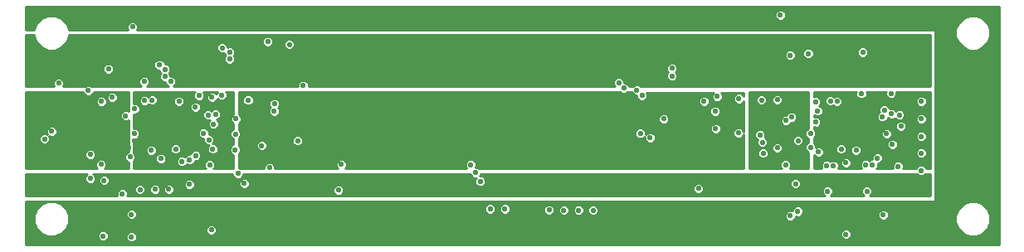
<source format=gbr>
G04 #@! TF.GenerationSoftware,KiCad,Pcbnew,5.0.2+dfsg1-1~bpo9+1*
G04 #@! TF.CreationDate,2019-10-08T18:25:51+02:00*
G04 #@! TF.ProjectId,OV9281,4f563932-3831-42e6-9b69-6361645f7063,rev?*
G04 #@! TF.SameCoordinates,Original*
G04 #@! TF.FileFunction,Copper,L3,Inr*
G04 #@! TF.FilePolarity,Positive*
%FSLAX46Y46*%
G04 Gerber Fmt 4.6, Leading zero omitted, Abs format (unit mm)*
G04 Created by KiCad (PCBNEW 5.0.2+dfsg1-1~bpo9+1) date Tue 08 Oct 2019 06:25:51 PM CEST*
%MOMM*%
%LPD*%
G01*
G04 APERTURE LIST*
G04 #@! TA.AperFunction,ViaPad*
%ADD10C,0.550000*%
G04 #@! TD*
G04 #@! TA.AperFunction,Conductor*
%ADD11C,0.254000*%
G04 #@! TD*
G04 APERTURE END LIST*
D10*
G04 #@! TO.N,GND*
X184028000Y-123590000D03*
X108802500Y-106680000D03*
X111252500Y-102386000D03*
X120402500Y-104536000D03*
X112002500Y-119010990D03*
X128102500Y-114036000D03*
X158252500Y-121136000D03*
X156752500Y-121136000D03*
X155252500Y-121136000D03*
X153752500Y-121086000D03*
X149252500Y-120986000D03*
X147752500Y-120986000D03*
X179128000Y-121240000D03*
X169552500Y-109986000D03*
X180202500Y-105136000D03*
X178352504Y-121686000D03*
X187852500Y-121586000D03*
X185752500Y-104986006D03*
X119302500Y-123136000D03*
X112452502Y-107986000D03*
X108250000Y-123750000D03*
X111150000Y-121550000D03*
X111150000Y-123850000D03*
G04 #@! TO.N,+3V3*
X119102500Y-120986000D03*
X126802500Y-123436000D03*
X138052500Y-120736000D03*
X138652500Y-121436000D03*
X190152500Y-122586000D03*
X168052500Y-122385998D03*
X186552500Y-121636000D03*
X128652500Y-108386000D03*
X114152500Y-122936000D03*
X121552500Y-102086000D03*
X128652500Y-101786000D03*
X114900000Y-102100000D03*
X187880000Y-123990000D03*
G04 #@! TO.N,+2V8*
X126652500Y-115186000D03*
X173102511Y-112185989D03*
G04 #@! TO.N,+1V8*
X112752500Y-106034577D03*
X110102500Y-104736000D03*
X189752500Y-105036000D03*
X168352500Y-105436000D03*
X187602494Y-106286000D03*
X126852500Y-108186000D03*
X117252500Y-108086000D03*
X130152500Y-108286000D03*
X189752492Y-104086000D03*
X102786456Y-108319956D03*
X172525000Y-105750000D03*
G04 #@! TO.N,+1V2*
X175502500Y-118936000D03*
X170752498Y-118186000D03*
X103684998Y-117750000D03*
X101470000Y-117750000D03*
X172280000Y-118760000D03*
X177120000Y-119000000D03*
G04 #@! TO.N,/CAM_L_D1_P*
X166300000Y-106610000D03*
G04 #@! TO.N,/CAM_L_D1_N*
X166300000Y-107400000D03*
G04 #@! TO.N,/CAM_R_D1_N*
X121160000Y-104950000D03*
G04 #@! TO.N,/CAM_R_D1_P*
X121170000Y-105670000D03*
G04 #@! TO.N,/CAM_L_CLK_P*
X161380000Y-108630000D03*
G04 #@! TO.N,/CAM_L_CLK_N*
X160860000Y-108090000D03*
G04 #@! TO.N,/CAM_R_CLK_N*
X114580000Y-107470000D03*
G04 #@! TO.N,/CAM_R_CLK_P*
X115160000Y-107960000D03*
G04 #@! TO.N,/CAM_L_D0_N*
X162710000Y-108860000D03*
G04 #@! TO.N,/CAM_L_D0_P*
X163230000Y-109400000D03*
G04 #@! TO.N,/CAM_R_D0_N*
X113990000Y-106270000D03*
G04 #@! TO.N,/CAM_R_D0_P*
X114570000Y-106760000D03*
G04 #@! TO.N,/CAM_RST*
X146252500Y-117286000D03*
X165460000Y-111780000D03*
G04 #@! TO.N,/M1_DOVDD*
X183140000Y-110020000D03*
X185619792Y-109207262D03*
X179652500Y-111324036D03*
X187268724Y-115785996D03*
X179937771Y-115671263D03*
X175452500Y-110586000D03*
X178300000Y-109800000D03*
X178462497Y-110572533D03*
X177775528Y-111199472D03*
G04 #@! TO.N,/M1_AGND*
X187752500Y-111586000D03*
X188190000Y-113320000D03*
X191727500Y-109986000D03*
X191727500Y-111786000D03*
X191727500Y-113586000D03*
X191727500Y-115286000D03*
X191727500Y-117086000D03*
X182152500Y-119186000D03*
X188652500Y-109186000D03*
X186187490Y-119180009D03*
X175525000Y-114175000D03*
X177925000Y-111950000D03*
X175425000Y-109875000D03*
G04 #@! TO.N,/M1_DVDD*
X181460000Y-114020000D03*
X188921426Y-113033159D03*
X185102283Y-109972274D03*
X187544926Y-109679941D03*
X185052500Y-116386002D03*
X181177496Y-116561004D03*
X181700000Y-110100000D03*
X178900000Y-118430000D03*
X189430000Y-115300000D03*
G04 #@! TO.N,/M1_AVDD*
X187952500Y-110886000D03*
X179150000Y-114025000D03*
X189352512Y-116668488D03*
X180452500Y-113286000D03*
X177050000Y-114750021D03*
G04 #@! TO.N,/M1_DGND*
X186752500Y-116486000D03*
X182071338Y-116583081D03*
X183552500Y-114885998D03*
X181252500Y-115185994D03*
X181152504Y-110986000D03*
X182752500Y-116586000D03*
X182447084Y-109938373D03*
X177890000Y-116486000D03*
X177030000Y-109840000D03*
G04 #@! TO.N,/M1_VN3*
X188702520Y-111286000D03*
G04 #@! TO.N,/M1_VH*
X189502500Y-111386000D03*
G04 #@! TO.N,/M1_CAM_SCL_1V8*
X180452500Y-114686000D03*
X175600000Y-115300000D03*
X125700000Y-111000000D03*
G04 #@! TO.N,/M1_VN2*
X189652500Y-112536004D03*
G04 #@! TO.N,/M1_SID*
X180948720Y-112112280D03*
X178500000Y-111600000D03*
X173124998Y-109725000D03*
G04 #@! TO.N,/M1_MCLK*
X180927508Y-110061008D03*
G04 #@! TO.N,/M1_PVDD*
X186052500Y-116486000D03*
G04 #@! TO.N,/M1_VN1*
X188780210Y-114396532D03*
G04 #@! TO.N,/M1_VSYNC_1V8*
X170752500Y-112786000D03*
X173080000Y-113220000D03*
G04 #@! TO.N,/CAM_NRST_1V8*
X125052500Y-103886000D03*
X185077495Y-114986000D03*
G04 #@! TO.N,/M1_CAM_SDA_1V8*
X184052500Y-116285998D03*
X169000000Y-118900004D03*
X125750000Y-110250000D03*
X132575000Y-116450000D03*
X132275000Y-119075000D03*
G04 #@! TO.N,/M2_DOVDD*
X113262500Y-109866000D03*
X115992500Y-109996000D03*
X110052500Y-112686000D03*
X108352500Y-111686000D03*
X110852500Y-114686000D03*
X117703594Y-115540094D03*
X110652500Y-109286000D03*
X102675000Y-110450000D03*
X103675000Y-111700000D03*
X105000000Y-110250000D03*
G04 #@! TO.N,/M2_AGND*
X122652500Y-118386000D03*
X118482500Y-113276000D03*
X123052500Y-109885992D03*
X118052500Y-109386000D03*
X119352500Y-109586000D03*
X120350000Y-109360000D03*
X103025000Y-113050000D03*
X121800000Y-111800000D03*
X121750000Y-113325000D03*
X121700000Y-114950000D03*
X102275000Y-113850000D03*
G04 #@! TO.N,/M2_DVDD*
X111462500Y-114020000D03*
X119872500Y-113286000D03*
X111652500Y-109786000D03*
X118752500Y-110286000D03*
X115170706Y-109267794D03*
X111952500Y-114986000D03*
X115046165Y-115835990D03*
X110210000Y-119440000D03*
X120520000Y-115490000D03*
G04 #@! TO.N,/M2_AVDD*
X111442500Y-113290000D03*
X119126000Y-116486002D03*
X117652500Y-110586008D03*
X106950000Y-115425000D03*
X108050000Y-116450000D03*
G04 #@! TO.N,/M2_DGND*
X112471751Y-109936215D03*
X114952500Y-118986000D03*
X113552500Y-118986000D03*
X106952496Y-117886000D03*
X108352500Y-118086000D03*
X117052500Y-118486000D03*
X117062500Y-115986000D03*
X111456145Y-110782590D03*
X106750000Y-108900000D03*
X113152500Y-114986000D03*
X109175010Y-109591632D03*
X108075000Y-110000000D03*
G04 #@! TO.N,/M2_VN3*
X118952500Y-111386000D03*
G04 #@! TO.N,/M2_VH*
X119713500Y-111325000D03*
G04 #@! TO.N,/M2_CAM_SCL_1V8*
X111002500Y-115686000D03*
G04 #@! TO.N,/M2_VN2*
X119500000Y-112325000D03*
G04 #@! TO.N,/M2_SID*
X103725000Y-108150000D03*
G04 #@! TO.N,/M2_MCLK_M*
X110562500Y-111476000D03*
X177352500Y-101186000D03*
X178352500Y-105286000D03*
G04 #@! TO.N,/M2_PVDD*
X116281200Y-116155991D03*
G04 #@! TO.N,/M2_VN1*
X119042500Y-113926000D03*
G04 #@! TO.N,/M2_VSYNC_1V8*
X127252500Y-104186000D03*
X124430000Y-114510000D03*
G04 #@! TO.N,/M2_CAM_SDA_1V8*
X114152498Y-115835990D03*
G04 #@! TO.N,/M2_VSYNC*
X145752500Y-116486000D03*
X163070000Y-113279998D03*
G04 #@! TO.N,/M1_VSYNC*
X164065647Y-113709265D03*
X146749671Y-118180010D03*
G04 #@! TO.N,/CAM_RST_1V8*
X170710000Y-111000000D03*
X170900000Y-109500000D03*
G04 #@! TO.N,/M1_VSYNC_1V8_M*
X175280000Y-113420000D03*
X125240000Y-116790000D03*
G04 #@! TO.N,/M2_VSYNC_1V8_M*
X115652500Y-114886000D03*
X119452500Y-114886000D03*
X122020000Y-117380000D03*
G04 #@! TD*
D11*
G04 #@! TO.N,+3V3*
G36*
X199648000Y-124648000D02*
X100352000Y-124648000D01*
X100352000Y-121646533D01*
X101223000Y-121646533D01*
X101223000Y-122353467D01*
X101493533Y-123006589D01*
X101993411Y-123506467D01*
X102646533Y-123777000D01*
X103353467Y-123777000D01*
X103683730Y-123640200D01*
X107698000Y-123640200D01*
X107698000Y-123859800D01*
X107782037Y-124062683D01*
X107937317Y-124217963D01*
X108140200Y-124302000D01*
X108359800Y-124302000D01*
X108562683Y-124217963D01*
X108717963Y-124062683D01*
X108802000Y-123859800D01*
X108802000Y-123740200D01*
X110598000Y-123740200D01*
X110598000Y-123959800D01*
X110682037Y-124162683D01*
X110837317Y-124317963D01*
X111040200Y-124402000D01*
X111259800Y-124402000D01*
X111462683Y-124317963D01*
X111617963Y-124162683D01*
X111702000Y-123959800D01*
X111702000Y-123740200D01*
X111617963Y-123537317D01*
X111462683Y-123382037D01*
X111259800Y-123298000D01*
X111040200Y-123298000D01*
X110837317Y-123382037D01*
X110682037Y-123537317D01*
X110598000Y-123740200D01*
X108802000Y-123740200D01*
X108802000Y-123640200D01*
X108717963Y-123437317D01*
X108562683Y-123282037D01*
X108359800Y-123198000D01*
X108140200Y-123198000D01*
X107937317Y-123282037D01*
X107782037Y-123437317D01*
X107698000Y-123640200D01*
X103683730Y-123640200D01*
X104006589Y-123506467D01*
X104486856Y-123026200D01*
X118750500Y-123026200D01*
X118750500Y-123245800D01*
X118834537Y-123448683D01*
X118989817Y-123603963D01*
X119192700Y-123688000D01*
X119412300Y-123688000D01*
X119615183Y-123603963D01*
X119738946Y-123480200D01*
X183476000Y-123480200D01*
X183476000Y-123699800D01*
X183560037Y-123902683D01*
X183715317Y-124057963D01*
X183918200Y-124142000D01*
X184137800Y-124142000D01*
X184340683Y-124057963D01*
X184495963Y-123902683D01*
X184580000Y-123699800D01*
X184580000Y-123480200D01*
X184495963Y-123277317D01*
X184340683Y-123122037D01*
X184137800Y-123038000D01*
X183918200Y-123038000D01*
X183715317Y-123122037D01*
X183560037Y-123277317D01*
X183476000Y-123480200D01*
X119738946Y-123480200D01*
X119770463Y-123448683D01*
X119854500Y-123245800D01*
X119854500Y-123026200D01*
X119770463Y-122823317D01*
X119615183Y-122668037D01*
X119412300Y-122584000D01*
X119192700Y-122584000D01*
X118989817Y-122668037D01*
X118834537Y-122823317D01*
X118750500Y-123026200D01*
X104486856Y-123026200D01*
X104506467Y-123006589D01*
X104777000Y-122353467D01*
X104777000Y-121646533D01*
X104691534Y-121440200D01*
X110598000Y-121440200D01*
X110598000Y-121659800D01*
X110682037Y-121862683D01*
X110837317Y-122017963D01*
X111040200Y-122102000D01*
X111259800Y-122102000D01*
X111462683Y-122017963D01*
X111617963Y-121862683D01*
X111702000Y-121659800D01*
X111702000Y-121440200D01*
X111617963Y-121237317D01*
X111462683Y-121082037D01*
X111259800Y-120998000D01*
X111040200Y-120998000D01*
X110837317Y-121082037D01*
X110682037Y-121237317D01*
X110598000Y-121440200D01*
X104691534Y-121440200D01*
X104506467Y-120993411D01*
X104389256Y-120876200D01*
X147200500Y-120876200D01*
X147200500Y-121095800D01*
X147284537Y-121298683D01*
X147439817Y-121453963D01*
X147642700Y-121538000D01*
X147862300Y-121538000D01*
X148065183Y-121453963D01*
X148220463Y-121298683D01*
X148304500Y-121095800D01*
X148304500Y-120876200D01*
X148700500Y-120876200D01*
X148700500Y-121095800D01*
X148784537Y-121298683D01*
X148939817Y-121453963D01*
X149142700Y-121538000D01*
X149362300Y-121538000D01*
X149565183Y-121453963D01*
X149720463Y-121298683D01*
X149804500Y-121095800D01*
X149804500Y-120976200D01*
X153200500Y-120976200D01*
X153200500Y-121195800D01*
X153284537Y-121398683D01*
X153439817Y-121553963D01*
X153642700Y-121638000D01*
X153862300Y-121638000D01*
X154065183Y-121553963D01*
X154220463Y-121398683D01*
X154304500Y-121195800D01*
X154304500Y-121026200D01*
X154700500Y-121026200D01*
X154700500Y-121245800D01*
X154784537Y-121448683D01*
X154939817Y-121603963D01*
X155142700Y-121688000D01*
X155362300Y-121688000D01*
X155565183Y-121603963D01*
X155720463Y-121448683D01*
X155804500Y-121245800D01*
X155804500Y-121026200D01*
X156200500Y-121026200D01*
X156200500Y-121245800D01*
X156284537Y-121448683D01*
X156439817Y-121603963D01*
X156642700Y-121688000D01*
X156862300Y-121688000D01*
X157065183Y-121603963D01*
X157220463Y-121448683D01*
X157304500Y-121245800D01*
X157304500Y-121026200D01*
X157700500Y-121026200D01*
X157700500Y-121245800D01*
X157784537Y-121448683D01*
X157939817Y-121603963D01*
X158142700Y-121688000D01*
X158362300Y-121688000D01*
X158565183Y-121603963D01*
X158592946Y-121576200D01*
X177800504Y-121576200D01*
X177800504Y-121795800D01*
X177884541Y-121998683D01*
X178039821Y-122153963D01*
X178242704Y-122238000D01*
X178462304Y-122238000D01*
X178665187Y-122153963D01*
X178820467Y-121998683D01*
X178904504Y-121795800D01*
X178904504Y-121744906D01*
X179018200Y-121792000D01*
X179237800Y-121792000D01*
X179440683Y-121707963D01*
X179595963Y-121552683D01*
X179627643Y-121476200D01*
X187300500Y-121476200D01*
X187300500Y-121695800D01*
X187384537Y-121898683D01*
X187539817Y-122053963D01*
X187742700Y-122138000D01*
X187962300Y-122138000D01*
X188165183Y-122053963D01*
X188320463Y-121898683D01*
X188404500Y-121695800D01*
X188404500Y-121646533D01*
X195223000Y-121646533D01*
X195223000Y-122353467D01*
X195493533Y-123006589D01*
X195993411Y-123506467D01*
X196646533Y-123777000D01*
X197353467Y-123777000D01*
X198006589Y-123506467D01*
X198506467Y-123006589D01*
X198777000Y-122353467D01*
X198777000Y-121646533D01*
X198506467Y-120993411D01*
X198006589Y-120493533D01*
X197353467Y-120223000D01*
X196646533Y-120223000D01*
X195993411Y-120493533D01*
X195493533Y-120993411D01*
X195223000Y-121646533D01*
X188404500Y-121646533D01*
X188404500Y-121476200D01*
X188320463Y-121273317D01*
X188165183Y-121118037D01*
X187962300Y-121034000D01*
X187742700Y-121034000D01*
X187539817Y-121118037D01*
X187384537Y-121273317D01*
X187300500Y-121476200D01*
X179627643Y-121476200D01*
X179680000Y-121349800D01*
X179680000Y-121130200D01*
X179595963Y-120927317D01*
X179440683Y-120772037D01*
X179237800Y-120688000D01*
X179018200Y-120688000D01*
X178815317Y-120772037D01*
X178660037Y-120927317D01*
X178576000Y-121130200D01*
X178576000Y-121181094D01*
X178462304Y-121134000D01*
X178242704Y-121134000D01*
X178039821Y-121218037D01*
X177884541Y-121373317D01*
X177800504Y-121576200D01*
X158592946Y-121576200D01*
X158720463Y-121448683D01*
X158804500Y-121245800D01*
X158804500Y-121026200D01*
X158720463Y-120823317D01*
X158565183Y-120668037D01*
X158362300Y-120584000D01*
X158142700Y-120584000D01*
X157939817Y-120668037D01*
X157784537Y-120823317D01*
X157700500Y-121026200D01*
X157304500Y-121026200D01*
X157220463Y-120823317D01*
X157065183Y-120668037D01*
X156862300Y-120584000D01*
X156642700Y-120584000D01*
X156439817Y-120668037D01*
X156284537Y-120823317D01*
X156200500Y-121026200D01*
X155804500Y-121026200D01*
X155720463Y-120823317D01*
X155565183Y-120668037D01*
X155362300Y-120584000D01*
X155142700Y-120584000D01*
X154939817Y-120668037D01*
X154784537Y-120823317D01*
X154700500Y-121026200D01*
X154304500Y-121026200D01*
X154304500Y-120976200D01*
X154220463Y-120773317D01*
X154065183Y-120618037D01*
X153862300Y-120534000D01*
X153642700Y-120534000D01*
X153439817Y-120618037D01*
X153284537Y-120773317D01*
X153200500Y-120976200D01*
X149804500Y-120976200D01*
X149804500Y-120876200D01*
X149720463Y-120673317D01*
X149565183Y-120518037D01*
X149362300Y-120434000D01*
X149142700Y-120434000D01*
X148939817Y-120518037D01*
X148784537Y-120673317D01*
X148700500Y-120876200D01*
X148304500Y-120876200D01*
X148220463Y-120673317D01*
X148065183Y-120518037D01*
X147862300Y-120434000D01*
X147642700Y-120434000D01*
X147439817Y-120518037D01*
X147284537Y-120673317D01*
X147200500Y-120876200D01*
X104389256Y-120876200D01*
X104006589Y-120493533D01*
X103353467Y-120223000D01*
X102646533Y-120223000D01*
X101993411Y-120493533D01*
X101493533Y-120993411D01*
X101223000Y-121646533D01*
X100352000Y-121646533D01*
X100352000Y-120213000D01*
X193052500Y-120213000D01*
X193101101Y-120203333D01*
X193142303Y-120175803D01*
X193169833Y-120134601D01*
X193179500Y-120086000D01*
X193179500Y-102786000D01*
X193169833Y-102737399D01*
X193142303Y-102696197D01*
X193101101Y-102668667D01*
X193052500Y-102659000D01*
X111736900Y-102659000D01*
X111742064Y-102646533D01*
X195223000Y-102646533D01*
X195223000Y-103353467D01*
X195493533Y-104006589D01*
X195993411Y-104506467D01*
X196646533Y-104777000D01*
X197353467Y-104777000D01*
X198006589Y-104506467D01*
X198506467Y-104006589D01*
X198777000Y-103353467D01*
X198777000Y-102646533D01*
X198506467Y-101993411D01*
X198006589Y-101493533D01*
X197353467Y-101223000D01*
X196646533Y-101223000D01*
X195993411Y-101493533D01*
X195493533Y-101993411D01*
X195223000Y-102646533D01*
X111742064Y-102646533D01*
X111804500Y-102495800D01*
X111804500Y-102276200D01*
X111720463Y-102073317D01*
X111565183Y-101918037D01*
X111362300Y-101834000D01*
X111142700Y-101834000D01*
X110939817Y-101918037D01*
X110784537Y-102073317D01*
X110700500Y-102276200D01*
X110700500Y-102495800D01*
X110768100Y-102659000D01*
X104777000Y-102659000D01*
X104777000Y-102646533D01*
X104506467Y-101993411D01*
X104006589Y-101493533D01*
X103353467Y-101223000D01*
X102646533Y-101223000D01*
X101993411Y-101493533D01*
X101493533Y-101993411D01*
X101223000Y-102646533D01*
X101223000Y-102659000D01*
X100352000Y-102659000D01*
X100352000Y-101076200D01*
X176800500Y-101076200D01*
X176800500Y-101295800D01*
X176884537Y-101498683D01*
X177039817Y-101653963D01*
X177242700Y-101738000D01*
X177462300Y-101738000D01*
X177665183Y-101653963D01*
X177820463Y-101498683D01*
X177904500Y-101295800D01*
X177904500Y-101076200D01*
X177820463Y-100873317D01*
X177665183Y-100718037D01*
X177462300Y-100634000D01*
X177242700Y-100634000D01*
X177039817Y-100718037D01*
X176884537Y-100873317D01*
X176800500Y-101076200D01*
X100352000Y-101076200D01*
X100352000Y-100352000D01*
X199648001Y-100352000D01*
X199648000Y-124648000D01*
X199648000Y-124648000D01*
G37*
X199648000Y-124648000D02*
X100352000Y-124648000D01*
X100352000Y-121646533D01*
X101223000Y-121646533D01*
X101223000Y-122353467D01*
X101493533Y-123006589D01*
X101993411Y-123506467D01*
X102646533Y-123777000D01*
X103353467Y-123777000D01*
X103683730Y-123640200D01*
X107698000Y-123640200D01*
X107698000Y-123859800D01*
X107782037Y-124062683D01*
X107937317Y-124217963D01*
X108140200Y-124302000D01*
X108359800Y-124302000D01*
X108562683Y-124217963D01*
X108717963Y-124062683D01*
X108802000Y-123859800D01*
X108802000Y-123740200D01*
X110598000Y-123740200D01*
X110598000Y-123959800D01*
X110682037Y-124162683D01*
X110837317Y-124317963D01*
X111040200Y-124402000D01*
X111259800Y-124402000D01*
X111462683Y-124317963D01*
X111617963Y-124162683D01*
X111702000Y-123959800D01*
X111702000Y-123740200D01*
X111617963Y-123537317D01*
X111462683Y-123382037D01*
X111259800Y-123298000D01*
X111040200Y-123298000D01*
X110837317Y-123382037D01*
X110682037Y-123537317D01*
X110598000Y-123740200D01*
X108802000Y-123740200D01*
X108802000Y-123640200D01*
X108717963Y-123437317D01*
X108562683Y-123282037D01*
X108359800Y-123198000D01*
X108140200Y-123198000D01*
X107937317Y-123282037D01*
X107782037Y-123437317D01*
X107698000Y-123640200D01*
X103683730Y-123640200D01*
X104006589Y-123506467D01*
X104486856Y-123026200D01*
X118750500Y-123026200D01*
X118750500Y-123245800D01*
X118834537Y-123448683D01*
X118989817Y-123603963D01*
X119192700Y-123688000D01*
X119412300Y-123688000D01*
X119615183Y-123603963D01*
X119738946Y-123480200D01*
X183476000Y-123480200D01*
X183476000Y-123699800D01*
X183560037Y-123902683D01*
X183715317Y-124057963D01*
X183918200Y-124142000D01*
X184137800Y-124142000D01*
X184340683Y-124057963D01*
X184495963Y-123902683D01*
X184580000Y-123699800D01*
X184580000Y-123480200D01*
X184495963Y-123277317D01*
X184340683Y-123122037D01*
X184137800Y-123038000D01*
X183918200Y-123038000D01*
X183715317Y-123122037D01*
X183560037Y-123277317D01*
X183476000Y-123480200D01*
X119738946Y-123480200D01*
X119770463Y-123448683D01*
X119854500Y-123245800D01*
X119854500Y-123026200D01*
X119770463Y-122823317D01*
X119615183Y-122668037D01*
X119412300Y-122584000D01*
X119192700Y-122584000D01*
X118989817Y-122668037D01*
X118834537Y-122823317D01*
X118750500Y-123026200D01*
X104486856Y-123026200D01*
X104506467Y-123006589D01*
X104777000Y-122353467D01*
X104777000Y-121646533D01*
X104691534Y-121440200D01*
X110598000Y-121440200D01*
X110598000Y-121659800D01*
X110682037Y-121862683D01*
X110837317Y-122017963D01*
X111040200Y-122102000D01*
X111259800Y-122102000D01*
X111462683Y-122017963D01*
X111617963Y-121862683D01*
X111702000Y-121659800D01*
X111702000Y-121440200D01*
X111617963Y-121237317D01*
X111462683Y-121082037D01*
X111259800Y-120998000D01*
X111040200Y-120998000D01*
X110837317Y-121082037D01*
X110682037Y-121237317D01*
X110598000Y-121440200D01*
X104691534Y-121440200D01*
X104506467Y-120993411D01*
X104389256Y-120876200D01*
X147200500Y-120876200D01*
X147200500Y-121095800D01*
X147284537Y-121298683D01*
X147439817Y-121453963D01*
X147642700Y-121538000D01*
X147862300Y-121538000D01*
X148065183Y-121453963D01*
X148220463Y-121298683D01*
X148304500Y-121095800D01*
X148304500Y-120876200D01*
X148700500Y-120876200D01*
X148700500Y-121095800D01*
X148784537Y-121298683D01*
X148939817Y-121453963D01*
X149142700Y-121538000D01*
X149362300Y-121538000D01*
X149565183Y-121453963D01*
X149720463Y-121298683D01*
X149804500Y-121095800D01*
X149804500Y-120976200D01*
X153200500Y-120976200D01*
X153200500Y-121195800D01*
X153284537Y-121398683D01*
X153439817Y-121553963D01*
X153642700Y-121638000D01*
X153862300Y-121638000D01*
X154065183Y-121553963D01*
X154220463Y-121398683D01*
X154304500Y-121195800D01*
X154304500Y-121026200D01*
X154700500Y-121026200D01*
X154700500Y-121245800D01*
X154784537Y-121448683D01*
X154939817Y-121603963D01*
X155142700Y-121688000D01*
X155362300Y-121688000D01*
X155565183Y-121603963D01*
X155720463Y-121448683D01*
X155804500Y-121245800D01*
X155804500Y-121026200D01*
X156200500Y-121026200D01*
X156200500Y-121245800D01*
X156284537Y-121448683D01*
X156439817Y-121603963D01*
X156642700Y-121688000D01*
X156862300Y-121688000D01*
X157065183Y-121603963D01*
X157220463Y-121448683D01*
X157304500Y-121245800D01*
X157304500Y-121026200D01*
X157700500Y-121026200D01*
X157700500Y-121245800D01*
X157784537Y-121448683D01*
X157939817Y-121603963D01*
X158142700Y-121688000D01*
X158362300Y-121688000D01*
X158565183Y-121603963D01*
X158592946Y-121576200D01*
X177800504Y-121576200D01*
X177800504Y-121795800D01*
X177884541Y-121998683D01*
X178039821Y-122153963D01*
X178242704Y-122238000D01*
X178462304Y-122238000D01*
X178665187Y-122153963D01*
X178820467Y-121998683D01*
X178904504Y-121795800D01*
X178904504Y-121744906D01*
X179018200Y-121792000D01*
X179237800Y-121792000D01*
X179440683Y-121707963D01*
X179595963Y-121552683D01*
X179627643Y-121476200D01*
X187300500Y-121476200D01*
X187300500Y-121695800D01*
X187384537Y-121898683D01*
X187539817Y-122053963D01*
X187742700Y-122138000D01*
X187962300Y-122138000D01*
X188165183Y-122053963D01*
X188320463Y-121898683D01*
X188404500Y-121695800D01*
X188404500Y-121646533D01*
X195223000Y-121646533D01*
X195223000Y-122353467D01*
X195493533Y-123006589D01*
X195993411Y-123506467D01*
X196646533Y-123777000D01*
X197353467Y-123777000D01*
X198006589Y-123506467D01*
X198506467Y-123006589D01*
X198777000Y-122353467D01*
X198777000Y-121646533D01*
X198506467Y-120993411D01*
X198006589Y-120493533D01*
X197353467Y-120223000D01*
X196646533Y-120223000D01*
X195993411Y-120493533D01*
X195493533Y-120993411D01*
X195223000Y-121646533D01*
X188404500Y-121646533D01*
X188404500Y-121476200D01*
X188320463Y-121273317D01*
X188165183Y-121118037D01*
X187962300Y-121034000D01*
X187742700Y-121034000D01*
X187539817Y-121118037D01*
X187384537Y-121273317D01*
X187300500Y-121476200D01*
X179627643Y-121476200D01*
X179680000Y-121349800D01*
X179680000Y-121130200D01*
X179595963Y-120927317D01*
X179440683Y-120772037D01*
X179237800Y-120688000D01*
X179018200Y-120688000D01*
X178815317Y-120772037D01*
X178660037Y-120927317D01*
X178576000Y-121130200D01*
X178576000Y-121181094D01*
X178462304Y-121134000D01*
X178242704Y-121134000D01*
X178039821Y-121218037D01*
X177884541Y-121373317D01*
X177800504Y-121576200D01*
X158592946Y-121576200D01*
X158720463Y-121448683D01*
X158804500Y-121245800D01*
X158804500Y-121026200D01*
X158720463Y-120823317D01*
X158565183Y-120668037D01*
X158362300Y-120584000D01*
X158142700Y-120584000D01*
X157939817Y-120668037D01*
X157784537Y-120823317D01*
X157700500Y-121026200D01*
X157304500Y-121026200D01*
X157220463Y-120823317D01*
X157065183Y-120668037D01*
X156862300Y-120584000D01*
X156642700Y-120584000D01*
X156439817Y-120668037D01*
X156284537Y-120823317D01*
X156200500Y-121026200D01*
X155804500Y-121026200D01*
X155720463Y-120823317D01*
X155565183Y-120668037D01*
X155362300Y-120584000D01*
X155142700Y-120584000D01*
X154939817Y-120668037D01*
X154784537Y-120823317D01*
X154700500Y-121026200D01*
X154304500Y-121026200D01*
X154304500Y-120976200D01*
X154220463Y-120773317D01*
X154065183Y-120618037D01*
X153862300Y-120534000D01*
X153642700Y-120534000D01*
X153439817Y-120618037D01*
X153284537Y-120773317D01*
X153200500Y-120976200D01*
X149804500Y-120976200D01*
X149804500Y-120876200D01*
X149720463Y-120673317D01*
X149565183Y-120518037D01*
X149362300Y-120434000D01*
X149142700Y-120434000D01*
X148939817Y-120518037D01*
X148784537Y-120673317D01*
X148700500Y-120876200D01*
X148304500Y-120876200D01*
X148220463Y-120673317D01*
X148065183Y-120518037D01*
X147862300Y-120434000D01*
X147642700Y-120434000D01*
X147439817Y-120518037D01*
X147284537Y-120673317D01*
X147200500Y-120876200D01*
X104389256Y-120876200D01*
X104006589Y-120493533D01*
X103353467Y-120223000D01*
X102646533Y-120223000D01*
X101993411Y-120493533D01*
X101493533Y-120993411D01*
X101223000Y-121646533D01*
X100352000Y-121646533D01*
X100352000Y-120213000D01*
X193052500Y-120213000D01*
X193101101Y-120203333D01*
X193142303Y-120175803D01*
X193169833Y-120134601D01*
X193179500Y-120086000D01*
X193179500Y-102786000D01*
X193169833Y-102737399D01*
X193142303Y-102696197D01*
X193101101Y-102668667D01*
X193052500Y-102659000D01*
X111736900Y-102659000D01*
X111742064Y-102646533D01*
X195223000Y-102646533D01*
X195223000Y-103353467D01*
X195493533Y-104006589D01*
X195993411Y-104506467D01*
X196646533Y-104777000D01*
X197353467Y-104777000D01*
X198006589Y-104506467D01*
X198506467Y-104006589D01*
X198777000Y-103353467D01*
X198777000Y-102646533D01*
X198506467Y-101993411D01*
X198006589Y-101493533D01*
X197353467Y-101223000D01*
X196646533Y-101223000D01*
X195993411Y-101493533D01*
X195493533Y-101993411D01*
X195223000Y-102646533D01*
X111742064Y-102646533D01*
X111804500Y-102495800D01*
X111804500Y-102276200D01*
X111720463Y-102073317D01*
X111565183Y-101918037D01*
X111362300Y-101834000D01*
X111142700Y-101834000D01*
X110939817Y-101918037D01*
X110784537Y-102073317D01*
X110700500Y-102276200D01*
X110700500Y-102495800D01*
X110768100Y-102659000D01*
X104777000Y-102659000D01*
X104777000Y-102646533D01*
X104506467Y-101993411D01*
X104006589Y-101493533D01*
X103353467Y-101223000D01*
X102646533Y-101223000D01*
X101993411Y-101493533D01*
X101493533Y-101993411D01*
X101223000Y-102646533D01*
X101223000Y-102659000D01*
X100352000Y-102659000D01*
X100352000Y-101076200D01*
X176800500Y-101076200D01*
X176800500Y-101295800D01*
X176884537Y-101498683D01*
X177039817Y-101653963D01*
X177242700Y-101738000D01*
X177462300Y-101738000D01*
X177665183Y-101653963D01*
X177820463Y-101498683D01*
X177904500Y-101295800D01*
X177904500Y-101076200D01*
X177820463Y-100873317D01*
X177665183Y-100718037D01*
X177462300Y-100634000D01*
X177242700Y-100634000D01*
X177039817Y-100718037D01*
X176884537Y-100873317D01*
X176800500Y-101076200D01*
X100352000Y-101076200D01*
X100352000Y-100352000D01*
X199648001Y-100352000D01*
X199648000Y-124648000D01*
G04 #@! TO.N,+1V8*
G36*
X101223000Y-103353467D02*
X101493533Y-104006589D01*
X101993411Y-104506467D01*
X102646533Y-104777000D01*
X103353467Y-104777000D01*
X104006589Y-104506467D01*
X104086856Y-104426200D01*
X119850500Y-104426200D01*
X119850500Y-104645800D01*
X119934537Y-104848683D01*
X120089817Y-105003963D01*
X120292700Y-105088000D01*
X120512300Y-105088000D01*
X120608000Y-105048360D01*
X120608000Y-105059800D01*
X120692037Y-105262683D01*
X120744354Y-105315000D01*
X120702037Y-105357317D01*
X120618000Y-105560200D01*
X120618000Y-105779800D01*
X120702037Y-105982683D01*
X120857317Y-106137963D01*
X121060200Y-106222000D01*
X121279800Y-106222000D01*
X121482683Y-106137963D01*
X121637963Y-105982683D01*
X121722000Y-105779800D01*
X121722000Y-105560200D01*
X121637963Y-105357317D01*
X121585646Y-105305000D01*
X121627963Y-105262683D01*
X121663785Y-105176200D01*
X177800500Y-105176200D01*
X177800500Y-105395800D01*
X177884537Y-105598683D01*
X178039817Y-105753963D01*
X178242700Y-105838000D01*
X178462300Y-105838000D01*
X178665183Y-105753963D01*
X178820463Y-105598683D01*
X178904500Y-105395800D01*
X178904500Y-105176200D01*
X178842368Y-105026200D01*
X179650500Y-105026200D01*
X179650500Y-105245800D01*
X179734537Y-105448683D01*
X179889817Y-105603963D01*
X180092700Y-105688000D01*
X180312300Y-105688000D01*
X180515183Y-105603963D01*
X180670463Y-105448683D01*
X180754500Y-105245800D01*
X180754500Y-105026200D01*
X180692371Y-104876206D01*
X185200500Y-104876206D01*
X185200500Y-105095806D01*
X185284537Y-105298689D01*
X185439817Y-105453969D01*
X185642700Y-105538006D01*
X185862300Y-105538006D01*
X186065183Y-105453969D01*
X186220463Y-105298689D01*
X186304500Y-105095806D01*
X186304500Y-104876206D01*
X186220463Y-104673323D01*
X186065183Y-104518043D01*
X185862300Y-104434006D01*
X185642700Y-104434006D01*
X185439817Y-104518043D01*
X185284537Y-104673323D01*
X185200500Y-104876206D01*
X180692371Y-104876206D01*
X180670463Y-104823317D01*
X180515183Y-104668037D01*
X180312300Y-104584000D01*
X180092700Y-104584000D01*
X179889817Y-104668037D01*
X179734537Y-104823317D01*
X179650500Y-105026200D01*
X178842368Y-105026200D01*
X178820463Y-104973317D01*
X178665183Y-104818037D01*
X178462300Y-104734000D01*
X178242700Y-104734000D01*
X178039817Y-104818037D01*
X177884537Y-104973317D01*
X177800500Y-105176200D01*
X121663785Y-105176200D01*
X121712000Y-105059800D01*
X121712000Y-104840200D01*
X121627963Y-104637317D01*
X121472683Y-104482037D01*
X121269800Y-104398000D01*
X121050200Y-104398000D01*
X120954500Y-104437640D01*
X120954500Y-104426200D01*
X120870463Y-104223317D01*
X120715183Y-104068037D01*
X120512300Y-103984000D01*
X120292700Y-103984000D01*
X120089817Y-104068037D01*
X119934537Y-104223317D01*
X119850500Y-104426200D01*
X104086856Y-104426200D01*
X104506467Y-104006589D01*
X104601897Y-103776200D01*
X124500500Y-103776200D01*
X124500500Y-103995800D01*
X124584537Y-104198683D01*
X124739817Y-104353963D01*
X124942700Y-104438000D01*
X125162300Y-104438000D01*
X125365183Y-104353963D01*
X125520463Y-104198683D01*
X125571197Y-104076200D01*
X126700500Y-104076200D01*
X126700500Y-104295800D01*
X126784537Y-104498683D01*
X126939817Y-104653963D01*
X127142700Y-104738000D01*
X127362300Y-104738000D01*
X127565183Y-104653963D01*
X127720463Y-104498683D01*
X127804500Y-104295800D01*
X127804500Y-104076200D01*
X127720463Y-103873317D01*
X127565183Y-103718037D01*
X127362300Y-103634000D01*
X127142700Y-103634000D01*
X126939817Y-103718037D01*
X126784537Y-103873317D01*
X126700500Y-104076200D01*
X125571197Y-104076200D01*
X125604500Y-103995800D01*
X125604500Y-103776200D01*
X125520463Y-103573317D01*
X125365183Y-103418037D01*
X125162300Y-103334000D01*
X124942700Y-103334000D01*
X124739817Y-103418037D01*
X124584537Y-103573317D01*
X124500500Y-103776200D01*
X104601897Y-103776200D01*
X104777000Y-103353467D01*
X104777000Y-103213000D01*
X192625500Y-103213000D01*
X192625500Y-108459000D01*
X163089646Y-108459000D01*
X163022683Y-108392037D01*
X162819800Y-108308000D01*
X162600200Y-108308000D01*
X162397317Y-108392037D01*
X162330354Y-108459000D01*
X161906650Y-108459000D01*
X161847963Y-108317317D01*
X161692683Y-108162037D01*
X161489800Y-108078000D01*
X161412000Y-108078000D01*
X161412000Y-107980200D01*
X161327963Y-107777317D01*
X161172683Y-107622037D01*
X160969800Y-107538000D01*
X160750200Y-107538000D01*
X160547317Y-107622037D01*
X160392037Y-107777317D01*
X160308000Y-107980200D01*
X160308000Y-108199800D01*
X160392037Y-108402683D01*
X160448354Y-108459000D01*
X129204500Y-108459000D01*
X129204500Y-108276200D01*
X129120463Y-108073317D01*
X128965183Y-107918037D01*
X128762300Y-107834000D01*
X128542700Y-107834000D01*
X128339817Y-107918037D01*
X128184537Y-108073317D01*
X128100500Y-108276200D01*
X128100500Y-108459000D01*
X115397753Y-108459000D01*
X115472683Y-108427963D01*
X115627963Y-108272683D01*
X115712000Y-108069800D01*
X115712000Y-107850200D01*
X115627963Y-107647317D01*
X115472683Y-107492037D01*
X115269800Y-107408000D01*
X115132000Y-107408000D01*
X115132000Y-107360200D01*
X115047963Y-107157317D01*
X115000646Y-107110000D01*
X115037963Y-107072683D01*
X115122000Y-106869800D01*
X115122000Y-106650200D01*
X115059868Y-106500200D01*
X165748000Y-106500200D01*
X165748000Y-106719800D01*
X165832037Y-106922683D01*
X165914354Y-107005000D01*
X165832037Y-107087317D01*
X165748000Y-107290200D01*
X165748000Y-107509800D01*
X165832037Y-107712683D01*
X165987317Y-107867963D01*
X166190200Y-107952000D01*
X166409800Y-107952000D01*
X166612683Y-107867963D01*
X166767963Y-107712683D01*
X166852000Y-107509800D01*
X166852000Y-107290200D01*
X166767963Y-107087317D01*
X166685646Y-107005000D01*
X166767963Y-106922683D01*
X166852000Y-106719800D01*
X166852000Y-106500200D01*
X166767963Y-106297317D01*
X166612683Y-106142037D01*
X166409800Y-106058000D01*
X166190200Y-106058000D01*
X165987317Y-106142037D01*
X165832037Y-106297317D01*
X165748000Y-106500200D01*
X115059868Y-106500200D01*
X115037963Y-106447317D01*
X114882683Y-106292037D01*
X114679800Y-106208000D01*
X114542000Y-106208000D01*
X114542000Y-106160200D01*
X114457963Y-105957317D01*
X114302683Y-105802037D01*
X114099800Y-105718000D01*
X113880200Y-105718000D01*
X113677317Y-105802037D01*
X113522037Y-105957317D01*
X113438000Y-106160200D01*
X113438000Y-106379800D01*
X113522037Y-106582683D01*
X113677317Y-106737963D01*
X113880200Y-106822000D01*
X114018000Y-106822000D01*
X114018000Y-106869800D01*
X114102037Y-107072683D01*
X114149354Y-107120000D01*
X114112037Y-107157317D01*
X114028000Y-107360200D01*
X114028000Y-107579800D01*
X114112037Y-107782683D01*
X114267317Y-107937963D01*
X114470200Y-108022000D01*
X114608000Y-108022000D01*
X114608000Y-108069800D01*
X114692037Y-108272683D01*
X114847317Y-108427963D01*
X114922247Y-108459000D01*
X112753025Y-108459000D01*
X112765185Y-108453963D01*
X112920465Y-108298683D01*
X113004502Y-108095800D01*
X113004502Y-107876200D01*
X112920465Y-107673317D01*
X112765185Y-107518037D01*
X112562302Y-107434000D01*
X112342702Y-107434000D01*
X112139819Y-107518037D01*
X111984539Y-107673317D01*
X111900502Y-107876200D01*
X111900502Y-108095800D01*
X111984539Y-108298683D01*
X112139819Y-108453963D01*
X112151979Y-108459000D01*
X107089646Y-108459000D01*
X107062683Y-108432037D01*
X106859800Y-108348000D01*
X106640200Y-108348000D01*
X106437317Y-108432037D01*
X106410354Y-108459000D01*
X104194489Y-108459000D01*
X104277000Y-108259800D01*
X104277000Y-108040200D01*
X104192963Y-107837317D01*
X104037683Y-107682037D01*
X103834800Y-107598000D01*
X103615200Y-107598000D01*
X103412317Y-107682037D01*
X103257037Y-107837317D01*
X103173000Y-108040200D01*
X103173000Y-108259800D01*
X103255511Y-108459000D01*
X100352000Y-108459000D01*
X100352000Y-106570200D01*
X108250500Y-106570200D01*
X108250500Y-106789800D01*
X108334537Y-106992683D01*
X108489817Y-107147963D01*
X108692700Y-107232000D01*
X108912300Y-107232000D01*
X109115183Y-107147963D01*
X109270463Y-106992683D01*
X109354500Y-106789800D01*
X109354500Y-106570200D01*
X109270463Y-106367317D01*
X109115183Y-106212037D01*
X108912300Y-106128000D01*
X108692700Y-106128000D01*
X108489817Y-106212037D01*
X108334537Y-106367317D01*
X108250500Y-106570200D01*
X100352000Y-106570200D01*
X100352000Y-103213000D01*
X101223000Y-103213000D01*
X101223000Y-103353467D01*
X101223000Y-103353467D01*
G37*
X101223000Y-103353467D02*
X101493533Y-104006589D01*
X101993411Y-104506467D01*
X102646533Y-104777000D01*
X103353467Y-104777000D01*
X104006589Y-104506467D01*
X104086856Y-104426200D01*
X119850500Y-104426200D01*
X119850500Y-104645800D01*
X119934537Y-104848683D01*
X120089817Y-105003963D01*
X120292700Y-105088000D01*
X120512300Y-105088000D01*
X120608000Y-105048360D01*
X120608000Y-105059800D01*
X120692037Y-105262683D01*
X120744354Y-105315000D01*
X120702037Y-105357317D01*
X120618000Y-105560200D01*
X120618000Y-105779800D01*
X120702037Y-105982683D01*
X120857317Y-106137963D01*
X121060200Y-106222000D01*
X121279800Y-106222000D01*
X121482683Y-106137963D01*
X121637963Y-105982683D01*
X121722000Y-105779800D01*
X121722000Y-105560200D01*
X121637963Y-105357317D01*
X121585646Y-105305000D01*
X121627963Y-105262683D01*
X121663785Y-105176200D01*
X177800500Y-105176200D01*
X177800500Y-105395800D01*
X177884537Y-105598683D01*
X178039817Y-105753963D01*
X178242700Y-105838000D01*
X178462300Y-105838000D01*
X178665183Y-105753963D01*
X178820463Y-105598683D01*
X178904500Y-105395800D01*
X178904500Y-105176200D01*
X178842368Y-105026200D01*
X179650500Y-105026200D01*
X179650500Y-105245800D01*
X179734537Y-105448683D01*
X179889817Y-105603963D01*
X180092700Y-105688000D01*
X180312300Y-105688000D01*
X180515183Y-105603963D01*
X180670463Y-105448683D01*
X180754500Y-105245800D01*
X180754500Y-105026200D01*
X180692371Y-104876206D01*
X185200500Y-104876206D01*
X185200500Y-105095806D01*
X185284537Y-105298689D01*
X185439817Y-105453969D01*
X185642700Y-105538006D01*
X185862300Y-105538006D01*
X186065183Y-105453969D01*
X186220463Y-105298689D01*
X186304500Y-105095806D01*
X186304500Y-104876206D01*
X186220463Y-104673323D01*
X186065183Y-104518043D01*
X185862300Y-104434006D01*
X185642700Y-104434006D01*
X185439817Y-104518043D01*
X185284537Y-104673323D01*
X185200500Y-104876206D01*
X180692371Y-104876206D01*
X180670463Y-104823317D01*
X180515183Y-104668037D01*
X180312300Y-104584000D01*
X180092700Y-104584000D01*
X179889817Y-104668037D01*
X179734537Y-104823317D01*
X179650500Y-105026200D01*
X178842368Y-105026200D01*
X178820463Y-104973317D01*
X178665183Y-104818037D01*
X178462300Y-104734000D01*
X178242700Y-104734000D01*
X178039817Y-104818037D01*
X177884537Y-104973317D01*
X177800500Y-105176200D01*
X121663785Y-105176200D01*
X121712000Y-105059800D01*
X121712000Y-104840200D01*
X121627963Y-104637317D01*
X121472683Y-104482037D01*
X121269800Y-104398000D01*
X121050200Y-104398000D01*
X120954500Y-104437640D01*
X120954500Y-104426200D01*
X120870463Y-104223317D01*
X120715183Y-104068037D01*
X120512300Y-103984000D01*
X120292700Y-103984000D01*
X120089817Y-104068037D01*
X119934537Y-104223317D01*
X119850500Y-104426200D01*
X104086856Y-104426200D01*
X104506467Y-104006589D01*
X104601897Y-103776200D01*
X124500500Y-103776200D01*
X124500500Y-103995800D01*
X124584537Y-104198683D01*
X124739817Y-104353963D01*
X124942700Y-104438000D01*
X125162300Y-104438000D01*
X125365183Y-104353963D01*
X125520463Y-104198683D01*
X125571197Y-104076200D01*
X126700500Y-104076200D01*
X126700500Y-104295800D01*
X126784537Y-104498683D01*
X126939817Y-104653963D01*
X127142700Y-104738000D01*
X127362300Y-104738000D01*
X127565183Y-104653963D01*
X127720463Y-104498683D01*
X127804500Y-104295800D01*
X127804500Y-104076200D01*
X127720463Y-103873317D01*
X127565183Y-103718037D01*
X127362300Y-103634000D01*
X127142700Y-103634000D01*
X126939817Y-103718037D01*
X126784537Y-103873317D01*
X126700500Y-104076200D01*
X125571197Y-104076200D01*
X125604500Y-103995800D01*
X125604500Y-103776200D01*
X125520463Y-103573317D01*
X125365183Y-103418037D01*
X125162300Y-103334000D01*
X124942700Y-103334000D01*
X124739817Y-103418037D01*
X124584537Y-103573317D01*
X124500500Y-103776200D01*
X104601897Y-103776200D01*
X104777000Y-103353467D01*
X104777000Y-103213000D01*
X192625500Y-103213000D01*
X192625500Y-108459000D01*
X163089646Y-108459000D01*
X163022683Y-108392037D01*
X162819800Y-108308000D01*
X162600200Y-108308000D01*
X162397317Y-108392037D01*
X162330354Y-108459000D01*
X161906650Y-108459000D01*
X161847963Y-108317317D01*
X161692683Y-108162037D01*
X161489800Y-108078000D01*
X161412000Y-108078000D01*
X161412000Y-107980200D01*
X161327963Y-107777317D01*
X161172683Y-107622037D01*
X160969800Y-107538000D01*
X160750200Y-107538000D01*
X160547317Y-107622037D01*
X160392037Y-107777317D01*
X160308000Y-107980200D01*
X160308000Y-108199800D01*
X160392037Y-108402683D01*
X160448354Y-108459000D01*
X129204500Y-108459000D01*
X129204500Y-108276200D01*
X129120463Y-108073317D01*
X128965183Y-107918037D01*
X128762300Y-107834000D01*
X128542700Y-107834000D01*
X128339817Y-107918037D01*
X128184537Y-108073317D01*
X128100500Y-108276200D01*
X128100500Y-108459000D01*
X115397753Y-108459000D01*
X115472683Y-108427963D01*
X115627963Y-108272683D01*
X115712000Y-108069800D01*
X115712000Y-107850200D01*
X115627963Y-107647317D01*
X115472683Y-107492037D01*
X115269800Y-107408000D01*
X115132000Y-107408000D01*
X115132000Y-107360200D01*
X115047963Y-107157317D01*
X115000646Y-107110000D01*
X115037963Y-107072683D01*
X115122000Y-106869800D01*
X115122000Y-106650200D01*
X115059868Y-106500200D01*
X165748000Y-106500200D01*
X165748000Y-106719800D01*
X165832037Y-106922683D01*
X165914354Y-107005000D01*
X165832037Y-107087317D01*
X165748000Y-107290200D01*
X165748000Y-107509800D01*
X165832037Y-107712683D01*
X165987317Y-107867963D01*
X166190200Y-107952000D01*
X166409800Y-107952000D01*
X166612683Y-107867963D01*
X166767963Y-107712683D01*
X166852000Y-107509800D01*
X166852000Y-107290200D01*
X166767963Y-107087317D01*
X166685646Y-107005000D01*
X166767963Y-106922683D01*
X166852000Y-106719800D01*
X166852000Y-106500200D01*
X166767963Y-106297317D01*
X166612683Y-106142037D01*
X166409800Y-106058000D01*
X166190200Y-106058000D01*
X165987317Y-106142037D01*
X165832037Y-106297317D01*
X165748000Y-106500200D01*
X115059868Y-106500200D01*
X115037963Y-106447317D01*
X114882683Y-106292037D01*
X114679800Y-106208000D01*
X114542000Y-106208000D01*
X114542000Y-106160200D01*
X114457963Y-105957317D01*
X114302683Y-105802037D01*
X114099800Y-105718000D01*
X113880200Y-105718000D01*
X113677317Y-105802037D01*
X113522037Y-105957317D01*
X113438000Y-106160200D01*
X113438000Y-106379800D01*
X113522037Y-106582683D01*
X113677317Y-106737963D01*
X113880200Y-106822000D01*
X114018000Y-106822000D01*
X114018000Y-106869800D01*
X114102037Y-107072683D01*
X114149354Y-107120000D01*
X114112037Y-107157317D01*
X114028000Y-107360200D01*
X114028000Y-107579800D01*
X114112037Y-107782683D01*
X114267317Y-107937963D01*
X114470200Y-108022000D01*
X114608000Y-108022000D01*
X114608000Y-108069800D01*
X114692037Y-108272683D01*
X114847317Y-108427963D01*
X114922247Y-108459000D01*
X112753025Y-108459000D01*
X112765185Y-108453963D01*
X112920465Y-108298683D01*
X113004502Y-108095800D01*
X113004502Y-107876200D01*
X112920465Y-107673317D01*
X112765185Y-107518037D01*
X112562302Y-107434000D01*
X112342702Y-107434000D01*
X112139819Y-107518037D01*
X111984539Y-107673317D01*
X111900502Y-107876200D01*
X111900502Y-108095800D01*
X111984539Y-108298683D01*
X112139819Y-108453963D01*
X112151979Y-108459000D01*
X107089646Y-108459000D01*
X107062683Y-108432037D01*
X106859800Y-108348000D01*
X106640200Y-108348000D01*
X106437317Y-108432037D01*
X106410354Y-108459000D01*
X104194489Y-108459000D01*
X104277000Y-108259800D01*
X104277000Y-108040200D01*
X104192963Y-107837317D01*
X104037683Y-107682037D01*
X103834800Y-107598000D01*
X103615200Y-107598000D01*
X103412317Y-107682037D01*
X103257037Y-107837317D01*
X103173000Y-108040200D01*
X103173000Y-108259800D01*
X103255511Y-108459000D01*
X100352000Y-108459000D01*
X100352000Y-106570200D01*
X108250500Y-106570200D01*
X108250500Y-106789800D01*
X108334537Y-106992683D01*
X108489817Y-107147963D01*
X108692700Y-107232000D01*
X108912300Y-107232000D01*
X109115183Y-107147963D01*
X109270463Y-106992683D01*
X109354500Y-106789800D01*
X109354500Y-106570200D01*
X109270463Y-106367317D01*
X109115183Y-106212037D01*
X108912300Y-106128000D01*
X108692700Y-106128000D01*
X108489817Y-106212037D01*
X108334537Y-106367317D01*
X108250500Y-106570200D01*
X100352000Y-106570200D01*
X100352000Y-103213000D01*
X101223000Y-103213000D01*
X101223000Y-103353467D01*
G04 #@! TO.N,+2V8*
G36*
X161057847Y-109088493D02*
X161067317Y-109097963D01*
X161270200Y-109182000D01*
X161489800Y-109182000D01*
X161692683Y-109097963D01*
X161700911Y-109089735D01*
X162208084Y-109090714D01*
X162242037Y-109172683D01*
X162397317Y-109327963D01*
X162600200Y-109412000D01*
X162678000Y-109412000D01*
X162678000Y-109509800D01*
X162762037Y-109712683D01*
X162917317Y-109867963D01*
X163120200Y-109952000D01*
X163339800Y-109952000D01*
X163522797Y-109876200D01*
X169000500Y-109876200D01*
X169000500Y-110095800D01*
X169084537Y-110298683D01*
X169239817Y-110453963D01*
X169442700Y-110538000D01*
X169662300Y-110538000D01*
X169865183Y-110453963D01*
X170020463Y-110298683D01*
X170104500Y-110095800D01*
X170104500Y-109876200D01*
X170020463Y-109673317D01*
X169865183Y-109518037D01*
X169662300Y-109434000D01*
X169442700Y-109434000D01*
X169239817Y-109518037D01*
X169084537Y-109673317D01*
X169000500Y-109876200D01*
X163522797Y-109876200D01*
X163542683Y-109867963D01*
X163697963Y-109712683D01*
X163782000Y-109509800D01*
X163782000Y-109290200D01*
X163700563Y-109093595D01*
X170512608Y-109106746D01*
X170432037Y-109187317D01*
X170348000Y-109390200D01*
X170348000Y-109609800D01*
X170432037Y-109812683D01*
X170587317Y-109967963D01*
X170790200Y-110052000D01*
X171009800Y-110052000D01*
X171212683Y-109967963D01*
X171367963Y-109812683D01*
X171452000Y-109609800D01*
X171452000Y-109390200D01*
X171367963Y-109187317D01*
X171288890Y-109108244D01*
X173625500Y-109112755D01*
X173625500Y-109490873D01*
X173592961Y-109412317D01*
X173437681Y-109257037D01*
X173234798Y-109173000D01*
X173015198Y-109173000D01*
X172812315Y-109257037D01*
X172657035Y-109412317D01*
X172572998Y-109615200D01*
X172572998Y-109834800D01*
X172657035Y-110037683D01*
X172812315Y-110192963D01*
X173015198Y-110277000D01*
X173234798Y-110277000D01*
X173437681Y-110192963D01*
X173592961Y-110037683D01*
X173625500Y-109959127D01*
X173625500Y-113094508D01*
X173547963Y-112907317D01*
X173392683Y-112752037D01*
X173189800Y-112668000D01*
X172970200Y-112668000D01*
X172767317Y-112752037D01*
X172612037Y-112907317D01*
X172528000Y-113110200D01*
X172528000Y-113329800D01*
X172612037Y-113532683D01*
X172767317Y-113687963D01*
X172970200Y-113772000D01*
X173189800Y-113772000D01*
X173392683Y-113687963D01*
X173547963Y-113532683D01*
X173625500Y-113345492D01*
X173625500Y-116859000D01*
X146606146Y-116859000D01*
X146565183Y-116818037D01*
X146362300Y-116734000D01*
X146247256Y-116734000D01*
X146304500Y-116595800D01*
X146304500Y-116376200D01*
X146220463Y-116173317D01*
X146065183Y-116018037D01*
X145862300Y-115934000D01*
X145642700Y-115934000D01*
X145439817Y-116018037D01*
X145284537Y-116173317D01*
X145200500Y-116376200D01*
X145200500Y-116595800D01*
X145284537Y-116798683D01*
X145344854Y-116859000D01*
X132946646Y-116859000D01*
X133042963Y-116762683D01*
X133127000Y-116559800D01*
X133127000Y-116340200D01*
X133042963Y-116137317D01*
X132887683Y-115982037D01*
X132684800Y-115898000D01*
X132465200Y-115898000D01*
X132262317Y-115982037D01*
X132107037Y-116137317D01*
X132023000Y-116340200D01*
X132023000Y-116559800D01*
X132107037Y-116762683D01*
X132203354Y-116859000D01*
X125792000Y-116859000D01*
X125792000Y-116680200D01*
X125707963Y-116477317D01*
X125552683Y-116322037D01*
X125349800Y-116238000D01*
X125130200Y-116238000D01*
X124927317Y-116322037D01*
X124772037Y-116477317D01*
X124688000Y-116680200D01*
X124688000Y-116859000D01*
X122204641Y-116859000D01*
X122129800Y-116828000D01*
X122079500Y-116828000D01*
X122079500Y-115351146D01*
X122167963Y-115262683D01*
X122252000Y-115059800D01*
X122252000Y-114840200D01*
X122167963Y-114637317D01*
X122079500Y-114548854D01*
X122079500Y-114400200D01*
X123878000Y-114400200D01*
X123878000Y-114619800D01*
X123962037Y-114822683D01*
X124117317Y-114977963D01*
X124320200Y-115062000D01*
X124539800Y-115062000D01*
X124742683Y-114977963D01*
X124897963Y-114822683D01*
X124982000Y-114619800D01*
X124982000Y-114400200D01*
X124897963Y-114197317D01*
X124742683Y-114042037D01*
X124539800Y-113958000D01*
X124320200Y-113958000D01*
X124117317Y-114042037D01*
X123962037Y-114197317D01*
X123878000Y-114400200D01*
X122079500Y-114400200D01*
X122079500Y-113926200D01*
X127550500Y-113926200D01*
X127550500Y-114145800D01*
X127634537Y-114348683D01*
X127789817Y-114503963D01*
X127992700Y-114588000D01*
X128212300Y-114588000D01*
X128415183Y-114503963D01*
X128570463Y-114348683D01*
X128654500Y-114145800D01*
X128654500Y-113926200D01*
X128570463Y-113723317D01*
X128415183Y-113568037D01*
X128212300Y-113484000D01*
X127992700Y-113484000D01*
X127789817Y-113568037D01*
X127634537Y-113723317D01*
X127550500Y-113926200D01*
X122079500Y-113926200D01*
X122079500Y-113776146D01*
X122217963Y-113637683D01*
X122302000Y-113434800D01*
X122302000Y-113215200D01*
X122283360Y-113170198D01*
X162518000Y-113170198D01*
X162518000Y-113389798D01*
X162602037Y-113592681D01*
X162757317Y-113747961D01*
X162960200Y-113831998D01*
X163179800Y-113831998D01*
X163382683Y-113747961D01*
X163513647Y-113616997D01*
X163513647Y-113819065D01*
X163597684Y-114021948D01*
X163752964Y-114177228D01*
X163955847Y-114261265D01*
X164175447Y-114261265D01*
X164378330Y-114177228D01*
X164533610Y-114021948D01*
X164617647Y-113819065D01*
X164617647Y-113599465D01*
X164533610Y-113396582D01*
X164378330Y-113241302D01*
X164175447Y-113157265D01*
X163955847Y-113157265D01*
X163752964Y-113241302D01*
X163622000Y-113372266D01*
X163622000Y-113170198D01*
X163537963Y-112967315D01*
X163382683Y-112812035D01*
X163179800Y-112727998D01*
X162960200Y-112727998D01*
X162757317Y-112812035D01*
X162602037Y-112967315D01*
X162518000Y-113170198D01*
X122283360Y-113170198D01*
X122217963Y-113012317D01*
X122079500Y-112873854D01*
X122079500Y-112676200D01*
X170200500Y-112676200D01*
X170200500Y-112895800D01*
X170284537Y-113098683D01*
X170439817Y-113253963D01*
X170642700Y-113338000D01*
X170862300Y-113338000D01*
X171065183Y-113253963D01*
X171220463Y-113098683D01*
X171304500Y-112895800D01*
X171304500Y-112676200D01*
X171220463Y-112473317D01*
X171065183Y-112318037D01*
X170862300Y-112234000D01*
X170642700Y-112234000D01*
X170439817Y-112318037D01*
X170284537Y-112473317D01*
X170200500Y-112676200D01*
X122079500Y-112676200D01*
X122079500Y-112281708D01*
X122112683Y-112267963D01*
X122267963Y-112112683D01*
X122352000Y-111909800D01*
X122352000Y-111690200D01*
X122343716Y-111670200D01*
X164908000Y-111670200D01*
X164908000Y-111889800D01*
X164992037Y-112092683D01*
X165147317Y-112247963D01*
X165350200Y-112332000D01*
X165569800Y-112332000D01*
X165772683Y-112247963D01*
X165927963Y-112092683D01*
X166012000Y-111889800D01*
X166012000Y-111670200D01*
X165927963Y-111467317D01*
X165772683Y-111312037D01*
X165569800Y-111228000D01*
X165350200Y-111228000D01*
X165147317Y-111312037D01*
X164992037Y-111467317D01*
X164908000Y-111670200D01*
X122343716Y-111670200D01*
X122267963Y-111487317D01*
X122112683Y-111332037D01*
X122079500Y-111318292D01*
X122079500Y-110890200D01*
X125148000Y-110890200D01*
X125148000Y-111109800D01*
X125232037Y-111312683D01*
X125387317Y-111467963D01*
X125590200Y-111552000D01*
X125809800Y-111552000D01*
X126012683Y-111467963D01*
X126167963Y-111312683D01*
X126252000Y-111109800D01*
X126252000Y-110890200D01*
X170158000Y-110890200D01*
X170158000Y-111109800D01*
X170242037Y-111312683D01*
X170397317Y-111467963D01*
X170600200Y-111552000D01*
X170819800Y-111552000D01*
X171022683Y-111467963D01*
X171177963Y-111312683D01*
X171262000Y-111109800D01*
X171262000Y-110890200D01*
X171177963Y-110687317D01*
X171022683Y-110532037D01*
X170819800Y-110448000D01*
X170600200Y-110448000D01*
X170397317Y-110532037D01*
X170242037Y-110687317D01*
X170158000Y-110890200D01*
X126252000Y-110890200D01*
X126167963Y-110687317D01*
X126130646Y-110650000D01*
X126217963Y-110562683D01*
X126302000Y-110359800D01*
X126302000Y-110140200D01*
X126217963Y-109937317D01*
X126062683Y-109782037D01*
X125859800Y-109698000D01*
X125640200Y-109698000D01*
X125437317Y-109782037D01*
X125282037Y-109937317D01*
X125198000Y-110140200D01*
X125198000Y-110359800D01*
X125282037Y-110562683D01*
X125319354Y-110600000D01*
X125232037Y-110687317D01*
X125148000Y-110890200D01*
X122079500Y-110890200D01*
X122079500Y-109776192D01*
X122500500Y-109776192D01*
X122500500Y-109995792D01*
X122584537Y-110198675D01*
X122739817Y-110353955D01*
X122942700Y-110437992D01*
X123162300Y-110437992D01*
X123365183Y-110353955D01*
X123520463Y-110198675D01*
X123604500Y-109995792D01*
X123604500Y-109776192D01*
X123520463Y-109573309D01*
X123365183Y-109418029D01*
X123162300Y-109333992D01*
X122942700Y-109333992D01*
X122739817Y-109418029D01*
X122584537Y-109573309D01*
X122500500Y-109776192D01*
X122079500Y-109776192D01*
X122079500Y-109013246D01*
X161057847Y-109088493D01*
X161057847Y-109088493D01*
G37*
X161057847Y-109088493D02*
X161067317Y-109097963D01*
X161270200Y-109182000D01*
X161489800Y-109182000D01*
X161692683Y-109097963D01*
X161700911Y-109089735D01*
X162208084Y-109090714D01*
X162242037Y-109172683D01*
X162397317Y-109327963D01*
X162600200Y-109412000D01*
X162678000Y-109412000D01*
X162678000Y-109509800D01*
X162762037Y-109712683D01*
X162917317Y-109867963D01*
X163120200Y-109952000D01*
X163339800Y-109952000D01*
X163522797Y-109876200D01*
X169000500Y-109876200D01*
X169000500Y-110095800D01*
X169084537Y-110298683D01*
X169239817Y-110453963D01*
X169442700Y-110538000D01*
X169662300Y-110538000D01*
X169865183Y-110453963D01*
X170020463Y-110298683D01*
X170104500Y-110095800D01*
X170104500Y-109876200D01*
X170020463Y-109673317D01*
X169865183Y-109518037D01*
X169662300Y-109434000D01*
X169442700Y-109434000D01*
X169239817Y-109518037D01*
X169084537Y-109673317D01*
X169000500Y-109876200D01*
X163522797Y-109876200D01*
X163542683Y-109867963D01*
X163697963Y-109712683D01*
X163782000Y-109509800D01*
X163782000Y-109290200D01*
X163700563Y-109093595D01*
X170512608Y-109106746D01*
X170432037Y-109187317D01*
X170348000Y-109390200D01*
X170348000Y-109609800D01*
X170432037Y-109812683D01*
X170587317Y-109967963D01*
X170790200Y-110052000D01*
X171009800Y-110052000D01*
X171212683Y-109967963D01*
X171367963Y-109812683D01*
X171452000Y-109609800D01*
X171452000Y-109390200D01*
X171367963Y-109187317D01*
X171288890Y-109108244D01*
X173625500Y-109112755D01*
X173625500Y-109490873D01*
X173592961Y-109412317D01*
X173437681Y-109257037D01*
X173234798Y-109173000D01*
X173015198Y-109173000D01*
X172812315Y-109257037D01*
X172657035Y-109412317D01*
X172572998Y-109615200D01*
X172572998Y-109834800D01*
X172657035Y-110037683D01*
X172812315Y-110192963D01*
X173015198Y-110277000D01*
X173234798Y-110277000D01*
X173437681Y-110192963D01*
X173592961Y-110037683D01*
X173625500Y-109959127D01*
X173625500Y-113094508D01*
X173547963Y-112907317D01*
X173392683Y-112752037D01*
X173189800Y-112668000D01*
X172970200Y-112668000D01*
X172767317Y-112752037D01*
X172612037Y-112907317D01*
X172528000Y-113110200D01*
X172528000Y-113329800D01*
X172612037Y-113532683D01*
X172767317Y-113687963D01*
X172970200Y-113772000D01*
X173189800Y-113772000D01*
X173392683Y-113687963D01*
X173547963Y-113532683D01*
X173625500Y-113345492D01*
X173625500Y-116859000D01*
X146606146Y-116859000D01*
X146565183Y-116818037D01*
X146362300Y-116734000D01*
X146247256Y-116734000D01*
X146304500Y-116595800D01*
X146304500Y-116376200D01*
X146220463Y-116173317D01*
X146065183Y-116018037D01*
X145862300Y-115934000D01*
X145642700Y-115934000D01*
X145439817Y-116018037D01*
X145284537Y-116173317D01*
X145200500Y-116376200D01*
X145200500Y-116595800D01*
X145284537Y-116798683D01*
X145344854Y-116859000D01*
X132946646Y-116859000D01*
X133042963Y-116762683D01*
X133127000Y-116559800D01*
X133127000Y-116340200D01*
X133042963Y-116137317D01*
X132887683Y-115982037D01*
X132684800Y-115898000D01*
X132465200Y-115898000D01*
X132262317Y-115982037D01*
X132107037Y-116137317D01*
X132023000Y-116340200D01*
X132023000Y-116559800D01*
X132107037Y-116762683D01*
X132203354Y-116859000D01*
X125792000Y-116859000D01*
X125792000Y-116680200D01*
X125707963Y-116477317D01*
X125552683Y-116322037D01*
X125349800Y-116238000D01*
X125130200Y-116238000D01*
X124927317Y-116322037D01*
X124772037Y-116477317D01*
X124688000Y-116680200D01*
X124688000Y-116859000D01*
X122204641Y-116859000D01*
X122129800Y-116828000D01*
X122079500Y-116828000D01*
X122079500Y-115351146D01*
X122167963Y-115262683D01*
X122252000Y-115059800D01*
X122252000Y-114840200D01*
X122167963Y-114637317D01*
X122079500Y-114548854D01*
X122079500Y-114400200D01*
X123878000Y-114400200D01*
X123878000Y-114619800D01*
X123962037Y-114822683D01*
X124117317Y-114977963D01*
X124320200Y-115062000D01*
X124539800Y-115062000D01*
X124742683Y-114977963D01*
X124897963Y-114822683D01*
X124982000Y-114619800D01*
X124982000Y-114400200D01*
X124897963Y-114197317D01*
X124742683Y-114042037D01*
X124539800Y-113958000D01*
X124320200Y-113958000D01*
X124117317Y-114042037D01*
X123962037Y-114197317D01*
X123878000Y-114400200D01*
X122079500Y-114400200D01*
X122079500Y-113926200D01*
X127550500Y-113926200D01*
X127550500Y-114145800D01*
X127634537Y-114348683D01*
X127789817Y-114503963D01*
X127992700Y-114588000D01*
X128212300Y-114588000D01*
X128415183Y-114503963D01*
X128570463Y-114348683D01*
X128654500Y-114145800D01*
X128654500Y-113926200D01*
X128570463Y-113723317D01*
X128415183Y-113568037D01*
X128212300Y-113484000D01*
X127992700Y-113484000D01*
X127789817Y-113568037D01*
X127634537Y-113723317D01*
X127550500Y-113926200D01*
X122079500Y-113926200D01*
X122079500Y-113776146D01*
X122217963Y-113637683D01*
X122302000Y-113434800D01*
X122302000Y-113215200D01*
X122283360Y-113170198D01*
X162518000Y-113170198D01*
X162518000Y-113389798D01*
X162602037Y-113592681D01*
X162757317Y-113747961D01*
X162960200Y-113831998D01*
X163179800Y-113831998D01*
X163382683Y-113747961D01*
X163513647Y-113616997D01*
X163513647Y-113819065D01*
X163597684Y-114021948D01*
X163752964Y-114177228D01*
X163955847Y-114261265D01*
X164175447Y-114261265D01*
X164378330Y-114177228D01*
X164533610Y-114021948D01*
X164617647Y-113819065D01*
X164617647Y-113599465D01*
X164533610Y-113396582D01*
X164378330Y-113241302D01*
X164175447Y-113157265D01*
X163955847Y-113157265D01*
X163752964Y-113241302D01*
X163622000Y-113372266D01*
X163622000Y-113170198D01*
X163537963Y-112967315D01*
X163382683Y-112812035D01*
X163179800Y-112727998D01*
X162960200Y-112727998D01*
X162757317Y-112812035D01*
X162602037Y-112967315D01*
X162518000Y-113170198D01*
X122283360Y-113170198D01*
X122217963Y-113012317D01*
X122079500Y-112873854D01*
X122079500Y-112676200D01*
X170200500Y-112676200D01*
X170200500Y-112895800D01*
X170284537Y-113098683D01*
X170439817Y-113253963D01*
X170642700Y-113338000D01*
X170862300Y-113338000D01*
X171065183Y-113253963D01*
X171220463Y-113098683D01*
X171304500Y-112895800D01*
X171304500Y-112676200D01*
X171220463Y-112473317D01*
X171065183Y-112318037D01*
X170862300Y-112234000D01*
X170642700Y-112234000D01*
X170439817Y-112318037D01*
X170284537Y-112473317D01*
X170200500Y-112676200D01*
X122079500Y-112676200D01*
X122079500Y-112281708D01*
X122112683Y-112267963D01*
X122267963Y-112112683D01*
X122352000Y-111909800D01*
X122352000Y-111690200D01*
X122343716Y-111670200D01*
X164908000Y-111670200D01*
X164908000Y-111889800D01*
X164992037Y-112092683D01*
X165147317Y-112247963D01*
X165350200Y-112332000D01*
X165569800Y-112332000D01*
X165772683Y-112247963D01*
X165927963Y-112092683D01*
X166012000Y-111889800D01*
X166012000Y-111670200D01*
X165927963Y-111467317D01*
X165772683Y-111312037D01*
X165569800Y-111228000D01*
X165350200Y-111228000D01*
X165147317Y-111312037D01*
X164992037Y-111467317D01*
X164908000Y-111670200D01*
X122343716Y-111670200D01*
X122267963Y-111487317D01*
X122112683Y-111332037D01*
X122079500Y-111318292D01*
X122079500Y-110890200D01*
X125148000Y-110890200D01*
X125148000Y-111109800D01*
X125232037Y-111312683D01*
X125387317Y-111467963D01*
X125590200Y-111552000D01*
X125809800Y-111552000D01*
X126012683Y-111467963D01*
X126167963Y-111312683D01*
X126252000Y-111109800D01*
X126252000Y-110890200D01*
X170158000Y-110890200D01*
X170158000Y-111109800D01*
X170242037Y-111312683D01*
X170397317Y-111467963D01*
X170600200Y-111552000D01*
X170819800Y-111552000D01*
X171022683Y-111467963D01*
X171177963Y-111312683D01*
X171262000Y-111109800D01*
X171262000Y-110890200D01*
X171177963Y-110687317D01*
X171022683Y-110532037D01*
X170819800Y-110448000D01*
X170600200Y-110448000D01*
X170397317Y-110532037D01*
X170242037Y-110687317D01*
X170158000Y-110890200D01*
X126252000Y-110890200D01*
X126167963Y-110687317D01*
X126130646Y-110650000D01*
X126217963Y-110562683D01*
X126302000Y-110359800D01*
X126302000Y-110140200D01*
X126217963Y-109937317D01*
X126062683Y-109782037D01*
X125859800Y-109698000D01*
X125640200Y-109698000D01*
X125437317Y-109782037D01*
X125282037Y-109937317D01*
X125198000Y-110140200D01*
X125198000Y-110359800D01*
X125282037Y-110562683D01*
X125319354Y-110600000D01*
X125232037Y-110687317D01*
X125148000Y-110890200D01*
X122079500Y-110890200D01*
X122079500Y-109776192D01*
X122500500Y-109776192D01*
X122500500Y-109995792D01*
X122584537Y-110198675D01*
X122739817Y-110353955D01*
X122942700Y-110437992D01*
X123162300Y-110437992D01*
X123365183Y-110353955D01*
X123520463Y-110198675D01*
X123604500Y-109995792D01*
X123604500Y-109776192D01*
X123520463Y-109573309D01*
X123365183Y-109418029D01*
X123162300Y-109333992D01*
X122942700Y-109333992D01*
X122739817Y-109418029D01*
X122584537Y-109573309D01*
X122500500Y-109776192D01*
X122079500Y-109776192D01*
X122079500Y-109013246D01*
X161057847Y-109088493D01*
G04 #@! TO.N,+1V2*
G36*
X106639813Y-117418037D02*
X106484533Y-117573317D01*
X106400496Y-117776200D01*
X106400496Y-117995800D01*
X106484533Y-118198683D01*
X106639813Y-118353963D01*
X106842696Y-118438000D01*
X107062296Y-118438000D01*
X107265179Y-118353963D01*
X107420459Y-118198683D01*
X107504496Y-117995800D01*
X107504496Y-117976200D01*
X107800500Y-117976200D01*
X107800500Y-118195800D01*
X107884537Y-118398683D01*
X108039817Y-118553963D01*
X108242700Y-118638000D01*
X108462300Y-118638000D01*
X108665183Y-118553963D01*
X108820463Y-118398683D01*
X108829775Y-118376200D01*
X116500500Y-118376200D01*
X116500500Y-118595800D01*
X116584537Y-118798683D01*
X116739817Y-118953963D01*
X116942700Y-119038000D01*
X117162300Y-119038000D01*
X117338054Y-118965200D01*
X131723000Y-118965200D01*
X131723000Y-119184800D01*
X131807037Y-119387683D01*
X131962317Y-119542963D01*
X132165200Y-119627000D01*
X132384800Y-119627000D01*
X132587683Y-119542963D01*
X132742963Y-119387683D01*
X132827000Y-119184800D01*
X132827000Y-118965200D01*
X132754515Y-118790204D01*
X168448000Y-118790204D01*
X168448000Y-119009804D01*
X168532037Y-119212687D01*
X168687317Y-119367967D01*
X168890200Y-119452004D01*
X169109800Y-119452004D01*
X169312683Y-119367967D01*
X169467963Y-119212687D01*
X169552000Y-119009804D01*
X169552000Y-118790204D01*
X169467963Y-118587321D01*
X169312683Y-118432041D01*
X169109800Y-118348004D01*
X168890200Y-118348004D01*
X168687317Y-118432041D01*
X168532037Y-118587321D01*
X168448000Y-118790204D01*
X132754515Y-118790204D01*
X132742963Y-118762317D01*
X132587683Y-118607037D01*
X132384800Y-118523000D01*
X132165200Y-118523000D01*
X131962317Y-118607037D01*
X131807037Y-118762317D01*
X131723000Y-118965200D01*
X117338054Y-118965200D01*
X117365183Y-118953963D01*
X117520463Y-118798683D01*
X117604500Y-118595800D01*
X117604500Y-118376200D01*
X117563079Y-118276200D01*
X122100500Y-118276200D01*
X122100500Y-118495800D01*
X122184537Y-118698683D01*
X122339817Y-118853963D01*
X122542700Y-118938000D01*
X122762300Y-118938000D01*
X122965183Y-118853963D01*
X123120463Y-118698683D01*
X123204500Y-118495800D01*
X123204500Y-118276200D01*
X123120463Y-118073317D01*
X122965183Y-117918037D01*
X122762300Y-117834000D01*
X122542700Y-117834000D01*
X122339817Y-117918037D01*
X122184537Y-118073317D01*
X122100500Y-118276200D01*
X117563079Y-118276200D01*
X117520463Y-118173317D01*
X117365183Y-118018037D01*
X117162300Y-117934000D01*
X116942700Y-117934000D01*
X116739817Y-118018037D01*
X116584537Y-118173317D01*
X116500500Y-118376200D01*
X108829775Y-118376200D01*
X108904500Y-118195800D01*
X108904500Y-117976200D01*
X108820463Y-117773317D01*
X108665183Y-117618037D01*
X108462300Y-117534000D01*
X108242700Y-117534000D01*
X108039817Y-117618037D01*
X107884537Y-117773317D01*
X107800500Y-117976200D01*
X107504496Y-117976200D01*
X107504496Y-117776200D01*
X107420459Y-117573317D01*
X107265179Y-117418037D01*
X107253019Y-117413000D01*
X121468000Y-117413000D01*
X121468000Y-117489800D01*
X121552037Y-117692683D01*
X121707317Y-117847963D01*
X121910200Y-117932000D01*
X122129800Y-117932000D01*
X122332683Y-117847963D01*
X122487963Y-117692683D01*
X122572000Y-117489800D01*
X122572000Y-117413000D01*
X145707624Y-117413000D01*
X145784537Y-117598683D01*
X145939817Y-117753963D01*
X146142700Y-117838000D01*
X146311035Y-117838000D01*
X146281708Y-117867327D01*
X146197671Y-118070210D01*
X146197671Y-118289810D01*
X146281708Y-118492693D01*
X146436988Y-118647973D01*
X146639871Y-118732010D01*
X146859471Y-118732010D01*
X147062354Y-118647973D01*
X147217634Y-118492693D01*
X147289083Y-118320200D01*
X178348000Y-118320200D01*
X178348000Y-118539800D01*
X178432037Y-118742683D01*
X178587317Y-118897963D01*
X178790200Y-118982000D01*
X179009800Y-118982000D01*
X179212683Y-118897963D01*
X179367963Y-118742683D01*
X179452000Y-118539800D01*
X179452000Y-118320200D01*
X179367963Y-118117317D01*
X179212683Y-117962037D01*
X179009800Y-117878000D01*
X178790200Y-117878000D01*
X178587317Y-117962037D01*
X178432037Y-118117317D01*
X178348000Y-118320200D01*
X147289083Y-118320200D01*
X147301671Y-118289810D01*
X147301671Y-118070210D01*
X147217634Y-117867327D01*
X147062354Y-117712047D01*
X146859471Y-117628010D01*
X146691136Y-117628010D01*
X146720463Y-117598683D01*
X146797376Y-117413000D01*
X191273854Y-117413000D01*
X191414817Y-117553963D01*
X191617700Y-117638000D01*
X191837300Y-117638000D01*
X192040183Y-117553963D01*
X192181146Y-117413000D01*
X192625500Y-117413000D01*
X192625500Y-119659000D01*
X186473549Y-119659000D01*
X186500173Y-119647972D01*
X186655453Y-119492692D01*
X186739490Y-119289809D01*
X186739490Y-119070209D01*
X186655453Y-118867326D01*
X186500173Y-118712046D01*
X186297290Y-118628009D01*
X186077690Y-118628009D01*
X185874807Y-118712046D01*
X185719527Y-118867326D01*
X185635490Y-119070209D01*
X185635490Y-119289809D01*
X185719527Y-119492692D01*
X185874807Y-119647972D01*
X185901431Y-119659000D01*
X182453023Y-119659000D01*
X182465183Y-119653963D01*
X182620463Y-119498683D01*
X182704500Y-119295800D01*
X182704500Y-119076200D01*
X182620463Y-118873317D01*
X182465183Y-118718037D01*
X182262300Y-118634000D01*
X182042700Y-118634000D01*
X181839817Y-118718037D01*
X181684537Y-118873317D01*
X181600500Y-119076200D01*
X181600500Y-119295800D01*
X181684537Y-119498683D01*
X181839817Y-119653963D01*
X181851977Y-119659000D01*
X110716768Y-119659000D01*
X110762000Y-119549800D01*
X110762000Y-119330200D01*
X110677963Y-119127317D01*
X110522683Y-118972037D01*
X110351644Y-118901190D01*
X111450500Y-118901190D01*
X111450500Y-119120790D01*
X111534537Y-119323673D01*
X111689817Y-119478953D01*
X111892700Y-119562990D01*
X112112300Y-119562990D01*
X112315183Y-119478953D01*
X112470463Y-119323673D01*
X112554500Y-119120790D01*
X112554500Y-118901190D01*
X112544149Y-118876200D01*
X113000500Y-118876200D01*
X113000500Y-119095800D01*
X113084537Y-119298683D01*
X113239817Y-119453963D01*
X113442700Y-119538000D01*
X113662300Y-119538000D01*
X113865183Y-119453963D01*
X114020463Y-119298683D01*
X114104500Y-119095800D01*
X114104500Y-118876200D01*
X114400500Y-118876200D01*
X114400500Y-119095800D01*
X114484537Y-119298683D01*
X114639817Y-119453963D01*
X114842700Y-119538000D01*
X115062300Y-119538000D01*
X115265183Y-119453963D01*
X115420463Y-119298683D01*
X115504500Y-119095800D01*
X115504500Y-118876200D01*
X115420463Y-118673317D01*
X115265183Y-118518037D01*
X115062300Y-118434000D01*
X114842700Y-118434000D01*
X114639817Y-118518037D01*
X114484537Y-118673317D01*
X114400500Y-118876200D01*
X114104500Y-118876200D01*
X114020463Y-118673317D01*
X113865183Y-118518037D01*
X113662300Y-118434000D01*
X113442700Y-118434000D01*
X113239817Y-118518037D01*
X113084537Y-118673317D01*
X113000500Y-118876200D01*
X112544149Y-118876200D01*
X112470463Y-118698307D01*
X112315183Y-118543027D01*
X112112300Y-118458990D01*
X111892700Y-118458990D01*
X111689817Y-118543027D01*
X111534537Y-118698307D01*
X111450500Y-118901190D01*
X110351644Y-118901190D01*
X110319800Y-118888000D01*
X110100200Y-118888000D01*
X109897317Y-118972037D01*
X109742037Y-119127317D01*
X109658000Y-119330200D01*
X109658000Y-119549800D01*
X109703232Y-119659000D01*
X100352000Y-119659000D01*
X100352000Y-117413000D01*
X106651973Y-117413000D01*
X106639813Y-117418037D01*
X106639813Y-117418037D01*
G37*
X106639813Y-117418037D02*
X106484533Y-117573317D01*
X106400496Y-117776200D01*
X106400496Y-117995800D01*
X106484533Y-118198683D01*
X106639813Y-118353963D01*
X106842696Y-118438000D01*
X107062296Y-118438000D01*
X107265179Y-118353963D01*
X107420459Y-118198683D01*
X107504496Y-117995800D01*
X107504496Y-117976200D01*
X107800500Y-117976200D01*
X107800500Y-118195800D01*
X107884537Y-118398683D01*
X108039817Y-118553963D01*
X108242700Y-118638000D01*
X108462300Y-118638000D01*
X108665183Y-118553963D01*
X108820463Y-118398683D01*
X108829775Y-118376200D01*
X116500500Y-118376200D01*
X116500500Y-118595800D01*
X116584537Y-118798683D01*
X116739817Y-118953963D01*
X116942700Y-119038000D01*
X117162300Y-119038000D01*
X117338054Y-118965200D01*
X131723000Y-118965200D01*
X131723000Y-119184800D01*
X131807037Y-119387683D01*
X131962317Y-119542963D01*
X132165200Y-119627000D01*
X132384800Y-119627000D01*
X132587683Y-119542963D01*
X132742963Y-119387683D01*
X132827000Y-119184800D01*
X132827000Y-118965200D01*
X132754515Y-118790204D01*
X168448000Y-118790204D01*
X168448000Y-119009804D01*
X168532037Y-119212687D01*
X168687317Y-119367967D01*
X168890200Y-119452004D01*
X169109800Y-119452004D01*
X169312683Y-119367967D01*
X169467963Y-119212687D01*
X169552000Y-119009804D01*
X169552000Y-118790204D01*
X169467963Y-118587321D01*
X169312683Y-118432041D01*
X169109800Y-118348004D01*
X168890200Y-118348004D01*
X168687317Y-118432041D01*
X168532037Y-118587321D01*
X168448000Y-118790204D01*
X132754515Y-118790204D01*
X132742963Y-118762317D01*
X132587683Y-118607037D01*
X132384800Y-118523000D01*
X132165200Y-118523000D01*
X131962317Y-118607037D01*
X131807037Y-118762317D01*
X131723000Y-118965200D01*
X117338054Y-118965200D01*
X117365183Y-118953963D01*
X117520463Y-118798683D01*
X117604500Y-118595800D01*
X117604500Y-118376200D01*
X117563079Y-118276200D01*
X122100500Y-118276200D01*
X122100500Y-118495800D01*
X122184537Y-118698683D01*
X122339817Y-118853963D01*
X122542700Y-118938000D01*
X122762300Y-118938000D01*
X122965183Y-118853963D01*
X123120463Y-118698683D01*
X123204500Y-118495800D01*
X123204500Y-118276200D01*
X123120463Y-118073317D01*
X122965183Y-117918037D01*
X122762300Y-117834000D01*
X122542700Y-117834000D01*
X122339817Y-117918037D01*
X122184537Y-118073317D01*
X122100500Y-118276200D01*
X117563079Y-118276200D01*
X117520463Y-118173317D01*
X117365183Y-118018037D01*
X117162300Y-117934000D01*
X116942700Y-117934000D01*
X116739817Y-118018037D01*
X116584537Y-118173317D01*
X116500500Y-118376200D01*
X108829775Y-118376200D01*
X108904500Y-118195800D01*
X108904500Y-117976200D01*
X108820463Y-117773317D01*
X108665183Y-117618037D01*
X108462300Y-117534000D01*
X108242700Y-117534000D01*
X108039817Y-117618037D01*
X107884537Y-117773317D01*
X107800500Y-117976200D01*
X107504496Y-117976200D01*
X107504496Y-117776200D01*
X107420459Y-117573317D01*
X107265179Y-117418037D01*
X107253019Y-117413000D01*
X121468000Y-117413000D01*
X121468000Y-117489800D01*
X121552037Y-117692683D01*
X121707317Y-117847963D01*
X121910200Y-117932000D01*
X122129800Y-117932000D01*
X122332683Y-117847963D01*
X122487963Y-117692683D01*
X122572000Y-117489800D01*
X122572000Y-117413000D01*
X145707624Y-117413000D01*
X145784537Y-117598683D01*
X145939817Y-117753963D01*
X146142700Y-117838000D01*
X146311035Y-117838000D01*
X146281708Y-117867327D01*
X146197671Y-118070210D01*
X146197671Y-118289810D01*
X146281708Y-118492693D01*
X146436988Y-118647973D01*
X146639871Y-118732010D01*
X146859471Y-118732010D01*
X147062354Y-118647973D01*
X147217634Y-118492693D01*
X147289083Y-118320200D01*
X178348000Y-118320200D01*
X178348000Y-118539800D01*
X178432037Y-118742683D01*
X178587317Y-118897963D01*
X178790200Y-118982000D01*
X179009800Y-118982000D01*
X179212683Y-118897963D01*
X179367963Y-118742683D01*
X179452000Y-118539800D01*
X179452000Y-118320200D01*
X179367963Y-118117317D01*
X179212683Y-117962037D01*
X179009800Y-117878000D01*
X178790200Y-117878000D01*
X178587317Y-117962037D01*
X178432037Y-118117317D01*
X178348000Y-118320200D01*
X147289083Y-118320200D01*
X147301671Y-118289810D01*
X147301671Y-118070210D01*
X147217634Y-117867327D01*
X147062354Y-117712047D01*
X146859471Y-117628010D01*
X146691136Y-117628010D01*
X146720463Y-117598683D01*
X146797376Y-117413000D01*
X191273854Y-117413000D01*
X191414817Y-117553963D01*
X191617700Y-117638000D01*
X191837300Y-117638000D01*
X192040183Y-117553963D01*
X192181146Y-117413000D01*
X192625500Y-117413000D01*
X192625500Y-119659000D01*
X186473549Y-119659000D01*
X186500173Y-119647972D01*
X186655453Y-119492692D01*
X186739490Y-119289809D01*
X186739490Y-119070209D01*
X186655453Y-118867326D01*
X186500173Y-118712046D01*
X186297290Y-118628009D01*
X186077690Y-118628009D01*
X185874807Y-118712046D01*
X185719527Y-118867326D01*
X185635490Y-119070209D01*
X185635490Y-119289809D01*
X185719527Y-119492692D01*
X185874807Y-119647972D01*
X185901431Y-119659000D01*
X182453023Y-119659000D01*
X182465183Y-119653963D01*
X182620463Y-119498683D01*
X182704500Y-119295800D01*
X182704500Y-119076200D01*
X182620463Y-118873317D01*
X182465183Y-118718037D01*
X182262300Y-118634000D01*
X182042700Y-118634000D01*
X181839817Y-118718037D01*
X181684537Y-118873317D01*
X181600500Y-119076200D01*
X181600500Y-119295800D01*
X181684537Y-119498683D01*
X181839817Y-119653963D01*
X181851977Y-119659000D01*
X110716768Y-119659000D01*
X110762000Y-119549800D01*
X110762000Y-119330200D01*
X110677963Y-119127317D01*
X110522683Y-118972037D01*
X110351644Y-118901190D01*
X111450500Y-118901190D01*
X111450500Y-119120790D01*
X111534537Y-119323673D01*
X111689817Y-119478953D01*
X111892700Y-119562990D01*
X112112300Y-119562990D01*
X112315183Y-119478953D01*
X112470463Y-119323673D01*
X112554500Y-119120790D01*
X112554500Y-118901190D01*
X112544149Y-118876200D01*
X113000500Y-118876200D01*
X113000500Y-119095800D01*
X113084537Y-119298683D01*
X113239817Y-119453963D01*
X113442700Y-119538000D01*
X113662300Y-119538000D01*
X113865183Y-119453963D01*
X114020463Y-119298683D01*
X114104500Y-119095800D01*
X114104500Y-118876200D01*
X114400500Y-118876200D01*
X114400500Y-119095800D01*
X114484537Y-119298683D01*
X114639817Y-119453963D01*
X114842700Y-119538000D01*
X115062300Y-119538000D01*
X115265183Y-119453963D01*
X115420463Y-119298683D01*
X115504500Y-119095800D01*
X115504500Y-118876200D01*
X115420463Y-118673317D01*
X115265183Y-118518037D01*
X115062300Y-118434000D01*
X114842700Y-118434000D01*
X114639817Y-118518037D01*
X114484537Y-118673317D01*
X114400500Y-118876200D01*
X114104500Y-118876200D01*
X114020463Y-118673317D01*
X113865183Y-118518037D01*
X113662300Y-118434000D01*
X113442700Y-118434000D01*
X113239817Y-118518037D01*
X113084537Y-118673317D01*
X113000500Y-118876200D01*
X112544149Y-118876200D01*
X112470463Y-118698307D01*
X112315183Y-118543027D01*
X112112300Y-118458990D01*
X111892700Y-118458990D01*
X111689817Y-118543027D01*
X111534537Y-118698307D01*
X111450500Y-118901190D01*
X110351644Y-118901190D01*
X110319800Y-118888000D01*
X110100200Y-118888000D01*
X109897317Y-118972037D01*
X109742037Y-119127317D01*
X109658000Y-119330200D01*
X109658000Y-119549800D01*
X109703232Y-119659000D01*
X100352000Y-119659000D01*
X100352000Y-117413000D01*
X106651973Y-117413000D01*
X106639813Y-117418037D01*
G04 #@! TO.N,/M2_DVDD*
G36*
X117584537Y-109073317D02*
X117500500Y-109276200D01*
X117500500Y-109495800D01*
X117584537Y-109698683D01*
X117739817Y-109853963D01*
X117942700Y-109938000D01*
X118162300Y-109938000D01*
X118365183Y-109853963D01*
X118520463Y-109698683D01*
X118604500Y-109495800D01*
X118604500Y-109276200D01*
X118520463Y-109073317D01*
X118460146Y-109013000D01*
X119916354Y-109013000D01*
X119882037Y-109047317D01*
X119798000Y-109250200D01*
X119798000Y-109250854D01*
X119665183Y-109118037D01*
X119462300Y-109034000D01*
X119242700Y-109034000D01*
X119039817Y-109118037D01*
X118884537Y-109273317D01*
X118800500Y-109476200D01*
X118800500Y-109695800D01*
X118884537Y-109898683D01*
X119039817Y-110053963D01*
X119242700Y-110138000D01*
X119462300Y-110138000D01*
X119665183Y-110053963D01*
X119820463Y-109898683D01*
X119904500Y-109695800D01*
X119904500Y-109695146D01*
X120037317Y-109827963D01*
X120240200Y-109912000D01*
X120459800Y-109912000D01*
X120662683Y-109827963D01*
X120817963Y-109672683D01*
X120902000Y-109469800D01*
X120902000Y-109250200D01*
X120817963Y-109047317D01*
X120783646Y-109013000D01*
X121525500Y-109013000D01*
X121525500Y-111316221D01*
X121487317Y-111332037D01*
X121332037Y-111487317D01*
X121248000Y-111690200D01*
X121248000Y-111909800D01*
X121332037Y-112112683D01*
X121487317Y-112267963D01*
X121525500Y-112283779D01*
X121525500Y-112820510D01*
X121437317Y-112857037D01*
X121282037Y-113012317D01*
X121198000Y-113215200D01*
X121198000Y-113434800D01*
X121282037Y-113637683D01*
X121437317Y-113792963D01*
X121525500Y-113829490D01*
X121525500Y-114424800D01*
X121387317Y-114482037D01*
X121232037Y-114637317D01*
X121148000Y-114840200D01*
X121148000Y-115059800D01*
X121232037Y-115262683D01*
X121387317Y-115417963D01*
X121525500Y-115475200D01*
X121525500Y-116859000D01*
X119533648Y-116859000D01*
X119593963Y-116798685D01*
X119678000Y-116595802D01*
X119678000Y-116376202D01*
X119593963Y-116173319D01*
X119438683Y-116018039D01*
X119235800Y-115934002D01*
X119016200Y-115934002D01*
X118813317Y-116018039D01*
X118658037Y-116173319D01*
X118574000Y-116376202D01*
X118574000Y-116595802D01*
X118658037Y-116798685D01*
X118718352Y-116859000D01*
X111379500Y-116859000D01*
X111379500Y-116089646D01*
X111470463Y-115998683D01*
X111554500Y-115795800D01*
X111554500Y-115726190D01*
X113600498Y-115726190D01*
X113600498Y-115945790D01*
X113684535Y-116148673D01*
X113839815Y-116303953D01*
X114042698Y-116387990D01*
X114262298Y-116387990D01*
X114465181Y-116303953D01*
X114620461Y-116148673D01*
X114662910Y-116046191D01*
X115729200Y-116046191D01*
X115729200Y-116265791D01*
X115813237Y-116468674D01*
X115968517Y-116623954D01*
X116171400Y-116707991D01*
X116391000Y-116707991D01*
X116593883Y-116623954D01*
X116749163Y-116468674D01*
X116754460Y-116455886D01*
X116952700Y-116538000D01*
X117172300Y-116538000D01*
X117375183Y-116453963D01*
X117530463Y-116298683D01*
X117614500Y-116095800D01*
X117614500Y-116092094D01*
X117813394Y-116092094D01*
X118016277Y-116008057D01*
X118171557Y-115852777D01*
X118255594Y-115649894D01*
X118255594Y-115430294D01*
X118171557Y-115227411D01*
X118016277Y-115072131D01*
X117813394Y-114988094D01*
X117593794Y-114988094D01*
X117390911Y-115072131D01*
X117235631Y-115227411D01*
X117151594Y-115430294D01*
X117151594Y-115434000D01*
X116952700Y-115434000D01*
X116749817Y-115518037D01*
X116594537Y-115673317D01*
X116589240Y-115686105D01*
X116391000Y-115603991D01*
X116171400Y-115603991D01*
X115968517Y-115688028D01*
X115813237Y-115843308D01*
X115729200Y-116046191D01*
X114662910Y-116046191D01*
X114704498Y-115945790D01*
X114704498Y-115726190D01*
X114620461Y-115523307D01*
X114465181Y-115368027D01*
X114262298Y-115283990D01*
X114042698Y-115283990D01*
X113839815Y-115368027D01*
X113684535Y-115523307D01*
X113600498Y-115726190D01*
X111554500Y-115726190D01*
X111554500Y-115576200D01*
X111470463Y-115373317D01*
X111379500Y-115282354D01*
X111379500Y-114876200D01*
X112600500Y-114876200D01*
X112600500Y-115095800D01*
X112684537Y-115298683D01*
X112839817Y-115453963D01*
X113042700Y-115538000D01*
X113262300Y-115538000D01*
X113465183Y-115453963D01*
X113620463Y-115298683D01*
X113704500Y-115095800D01*
X113704500Y-114876200D01*
X113663079Y-114776200D01*
X115100500Y-114776200D01*
X115100500Y-114995800D01*
X115184537Y-115198683D01*
X115339817Y-115353963D01*
X115542700Y-115438000D01*
X115762300Y-115438000D01*
X115965183Y-115353963D01*
X116120463Y-115198683D01*
X116204500Y-114995800D01*
X116204500Y-114776200D01*
X116120463Y-114573317D01*
X115965183Y-114418037D01*
X115762300Y-114334000D01*
X115542700Y-114334000D01*
X115339817Y-114418037D01*
X115184537Y-114573317D01*
X115100500Y-114776200D01*
X113663079Y-114776200D01*
X113620463Y-114673317D01*
X113465183Y-114518037D01*
X113262300Y-114434000D01*
X113042700Y-114434000D01*
X112839817Y-114518037D01*
X112684537Y-114673317D01*
X112600500Y-114876200D01*
X111379500Y-114876200D01*
X111379500Y-114856155D01*
X111404500Y-114795800D01*
X111404500Y-114576200D01*
X111379500Y-114515845D01*
X111379500Y-113842000D01*
X111552300Y-113842000D01*
X111755183Y-113757963D01*
X111910463Y-113602683D01*
X111994500Y-113399800D01*
X111994500Y-113180200D01*
X111988702Y-113166200D01*
X117930500Y-113166200D01*
X117930500Y-113385800D01*
X118014537Y-113588683D01*
X118169817Y-113743963D01*
X118372700Y-113828000D01*
X118490500Y-113828000D01*
X118490500Y-114035800D01*
X118574537Y-114238683D01*
X118729817Y-114393963D01*
X118932700Y-114478000D01*
X119079854Y-114478000D01*
X118984537Y-114573317D01*
X118900500Y-114776200D01*
X118900500Y-114995800D01*
X118984537Y-115198683D01*
X119139817Y-115353963D01*
X119342700Y-115438000D01*
X119562300Y-115438000D01*
X119765183Y-115353963D01*
X119920463Y-115198683D01*
X120004500Y-114995800D01*
X120004500Y-114776200D01*
X119920463Y-114573317D01*
X119765183Y-114418037D01*
X119562300Y-114334000D01*
X119415146Y-114334000D01*
X119510463Y-114238683D01*
X119594500Y-114035800D01*
X119594500Y-113816200D01*
X119510463Y-113613317D01*
X119355183Y-113458037D01*
X119152300Y-113374000D01*
X119034500Y-113374000D01*
X119034500Y-113166200D01*
X118950463Y-112963317D01*
X118795183Y-112808037D01*
X118592300Y-112724000D01*
X118372700Y-112724000D01*
X118169817Y-112808037D01*
X118014537Y-112963317D01*
X117930500Y-113166200D01*
X111988702Y-113166200D01*
X111910463Y-112977317D01*
X111755183Y-112822037D01*
X111552300Y-112738000D01*
X111379500Y-112738000D01*
X111379500Y-111334590D01*
X111565945Y-111334590D01*
X111706910Y-111276200D01*
X118400500Y-111276200D01*
X118400500Y-111495800D01*
X118484537Y-111698683D01*
X118639817Y-111853963D01*
X118842700Y-111938000D01*
X119062300Y-111938000D01*
X119137505Y-111906849D01*
X119032037Y-112012317D01*
X118948000Y-112215200D01*
X118948000Y-112434800D01*
X119032037Y-112637683D01*
X119187317Y-112792963D01*
X119390200Y-112877000D01*
X119609800Y-112877000D01*
X119812683Y-112792963D01*
X119967963Y-112637683D01*
X120052000Y-112434800D01*
X120052000Y-112215200D01*
X119967963Y-112012317D01*
X119829909Y-111874263D01*
X120026183Y-111792963D01*
X120181463Y-111637683D01*
X120265500Y-111434800D01*
X120265500Y-111215200D01*
X120181463Y-111012317D01*
X120026183Y-110857037D01*
X119823300Y-110773000D01*
X119603700Y-110773000D01*
X119400817Y-110857037D01*
X119302500Y-110955354D01*
X119265183Y-110918037D01*
X119062300Y-110834000D01*
X118842700Y-110834000D01*
X118639817Y-110918037D01*
X118484537Y-111073317D01*
X118400500Y-111276200D01*
X111706910Y-111276200D01*
X111768828Y-111250553D01*
X111924108Y-111095273D01*
X112008145Y-110892390D01*
X112008145Y-110672790D01*
X111924108Y-110469907D01*
X111768828Y-110314627D01*
X111565945Y-110230590D01*
X111379500Y-110230590D01*
X111379500Y-109826415D01*
X111919751Y-109826415D01*
X111919751Y-110046015D01*
X112003788Y-110248898D01*
X112159068Y-110404178D01*
X112361951Y-110488215D01*
X112581551Y-110488215D01*
X112784434Y-110404178D01*
X112902233Y-110286379D01*
X112949817Y-110333963D01*
X113152700Y-110418000D01*
X113372300Y-110418000D01*
X113575183Y-110333963D01*
X113730463Y-110178683D01*
X113814500Y-109975800D01*
X113814500Y-109886200D01*
X115440500Y-109886200D01*
X115440500Y-110105800D01*
X115524537Y-110308683D01*
X115679817Y-110463963D01*
X115882700Y-110548000D01*
X116102300Y-110548000D01*
X116275620Y-110476208D01*
X117100500Y-110476208D01*
X117100500Y-110695808D01*
X117184537Y-110898691D01*
X117339817Y-111053971D01*
X117542700Y-111138008D01*
X117762300Y-111138008D01*
X117965183Y-111053971D01*
X118120463Y-110898691D01*
X118204500Y-110695808D01*
X118204500Y-110476208D01*
X118120463Y-110273325D01*
X117965183Y-110118045D01*
X117762300Y-110034008D01*
X117542700Y-110034008D01*
X117339817Y-110118045D01*
X117184537Y-110273325D01*
X117100500Y-110476208D01*
X116275620Y-110476208D01*
X116305183Y-110463963D01*
X116460463Y-110308683D01*
X116544500Y-110105800D01*
X116544500Y-109886200D01*
X116460463Y-109683317D01*
X116305183Y-109528037D01*
X116102300Y-109444000D01*
X115882700Y-109444000D01*
X115679817Y-109528037D01*
X115524537Y-109683317D01*
X115440500Y-109886200D01*
X113814500Y-109886200D01*
X113814500Y-109756200D01*
X113730463Y-109553317D01*
X113575183Y-109398037D01*
X113372300Y-109314000D01*
X113152700Y-109314000D01*
X112949817Y-109398037D01*
X112832018Y-109515836D01*
X112784434Y-109468252D01*
X112581551Y-109384215D01*
X112361951Y-109384215D01*
X112159068Y-109468252D01*
X112003788Y-109623532D01*
X111919751Y-109826415D01*
X111379500Y-109826415D01*
X111379500Y-109013000D01*
X117644854Y-109013000D01*
X117584537Y-109073317D01*
X117584537Y-109073317D01*
G37*
X117584537Y-109073317D02*
X117500500Y-109276200D01*
X117500500Y-109495800D01*
X117584537Y-109698683D01*
X117739817Y-109853963D01*
X117942700Y-109938000D01*
X118162300Y-109938000D01*
X118365183Y-109853963D01*
X118520463Y-109698683D01*
X118604500Y-109495800D01*
X118604500Y-109276200D01*
X118520463Y-109073317D01*
X118460146Y-109013000D01*
X119916354Y-109013000D01*
X119882037Y-109047317D01*
X119798000Y-109250200D01*
X119798000Y-109250854D01*
X119665183Y-109118037D01*
X119462300Y-109034000D01*
X119242700Y-109034000D01*
X119039817Y-109118037D01*
X118884537Y-109273317D01*
X118800500Y-109476200D01*
X118800500Y-109695800D01*
X118884537Y-109898683D01*
X119039817Y-110053963D01*
X119242700Y-110138000D01*
X119462300Y-110138000D01*
X119665183Y-110053963D01*
X119820463Y-109898683D01*
X119904500Y-109695800D01*
X119904500Y-109695146D01*
X120037317Y-109827963D01*
X120240200Y-109912000D01*
X120459800Y-109912000D01*
X120662683Y-109827963D01*
X120817963Y-109672683D01*
X120902000Y-109469800D01*
X120902000Y-109250200D01*
X120817963Y-109047317D01*
X120783646Y-109013000D01*
X121525500Y-109013000D01*
X121525500Y-111316221D01*
X121487317Y-111332037D01*
X121332037Y-111487317D01*
X121248000Y-111690200D01*
X121248000Y-111909800D01*
X121332037Y-112112683D01*
X121487317Y-112267963D01*
X121525500Y-112283779D01*
X121525500Y-112820510D01*
X121437317Y-112857037D01*
X121282037Y-113012317D01*
X121198000Y-113215200D01*
X121198000Y-113434800D01*
X121282037Y-113637683D01*
X121437317Y-113792963D01*
X121525500Y-113829490D01*
X121525500Y-114424800D01*
X121387317Y-114482037D01*
X121232037Y-114637317D01*
X121148000Y-114840200D01*
X121148000Y-115059800D01*
X121232037Y-115262683D01*
X121387317Y-115417963D01*
X121525500Y-115475200D01*
X121525500Y-116859000D01*
X119533648Y-116859000D01*
X119593963Y-116798685D01*
X119678000Y-116595802D01*
X119678000Y-116376202D01*
X119593963Y-116173319D01*
X119438683Y-116018039D01*
X119235800Y-115934002D01*
X119016200Y-115934002D01*
X118813317Y-116018039D01*
X118658037Y-116173319D01*
X118574000Y-116376202D01*
X118574000Y-116595802D01*
X118658037Y-116798685D01*
X118718352Y-116859000D01*
X111379500Y-116859000D01*
X111379500Y-116089646D01*
X111470463Y-115998683D01*
X111554500Y-115795800D01*
X111554500Y-115726190D01*
X113600498Y-115726190D01*
X113600498Y-115945790D01*
X113684535Y-116148673D01*
X113839815Y-116303953D01*
X114042698Y-116387990D01*
X114262298Y-116387990D01*
X114465181Y-116303953D01*
X114620461Y-116148673D01*
X114662910Y-116046191D01*
X115729200Y-116046191D01*
X115729200Y-116265791D01*
X115813237Y-116468674D01*
X115968517Y-116623954D01*
X116171400Y-116707991D01*
X116391000Y-116707991D01*
X116593883Y-116623954D01*
X116749163Y-116468674D01*
X116754460Y-116455886D01*
X116952700Y-116538000D01*
X117172300Y-116538000D01*
X117375183Y-116453963D01*
X117530463Y-116298683D01*
X117614500Y-116095800D01*
X117614500Y-116092094D01*
X117813394Y-116092094D01*
X118016277Y-116008057D01*
X118171557Y-115852777D01*
X118255594Y-115649894D01*
X118255594Y-115430294D01*
X118171557Y-115227411D01*
X118016277Y-115072131D01*
X117813394Y-114988094D01*
X117593794Y-114988094D01*
X117390911Y-115072131D01*
X117235631Y-115227411D01*
X117151594Y-115430294D01*
X117151594Y-115434000D01*
X116952700Y-115434000D01*
X116749817Y-115518037D01*
X116594537Y-115673317D01*
X116589240Y-115686105D01*
X116391000Y-115603991D01*
X116171400Y-115603991D01*
X115968517Y-115688028D01*
X115813237Y-115843308D01*
X115729200Y-116046191D01*
X114662910Y-116046191D01*
X114704498Y-115945790D01*
X114704498Y-115726190D01*
X114620461Y-115523307D01*
X114465181Y-115368027D01*
X114262298Y-115283990D01*
X114042698Y-115283990D01*
X113839815Y-115368027D01*
X113684535Y-115523307D01*
X113600498Y-115726190D01*
X111554500Y-115726190D01*
X111554500Y-115576200D01*
X111470463Y-115373317D01*
X111379500Y-115282354D01*
X111379500Y-114876200D01*
X112600500Y-114876200D01*
X112600500Y-115095800D01*
X112684537Y-115298683D01*
X112839817Y-115453963D01*
X113042700Y-115538000D01*
X113262300Y-115538000D01*
X113465183Y-115453963D01*
X113620463Y-115298683D01*
X113704500Y-115095800D01*
X113704500Y-114876200D01*
X113663079Y-114776200D01*
X115100500Y-114776200D01*
X115100500Y-114995800D01*
X115184537Y-115198683D01*
X115339817Y-115353963D01*
X115542700Y-115438000D01*
X115762300Y-115438000D01*
X115965183Y-115353963D01*
X116120463Y-115198683D01*
X116204500Y-114995800D01*
X116204500Y-114776200D01*
X116120463Y-114573317D01*
X115965183Y-114418037D01*
X115762300Y-114334000D01*
X115542700Y-114334000D01*
X115339817Y-114418037D01*
X115184537Y-114573317D01*
X115100500Y-114776200D01*
X113663079Y-114776200D01*
X113620463Y-114673317D01*
X113465183Y-114518037D01*
X113262300Y-114434000D01*
X113042700Y-114434000D01*
X112839817Y-114518037D01*
X112684537Y-114673317D01*
X112600500Y-114876200D01*
X111379500Y-114876200D01*
X111379500Y-114856155D01*
X111404500Y-114795800D01*
X111404500Y-114576200D01*
X111379500Y-114515845D01*
X111379500Y-113842000D01*
X111552300Y-113842000D01*
X111755183Y-113757963D01*
X111910463Y-113602683D01*
X111994500Y-113399800D01*
X111994500Y-113180200D01*
X111988702Y-113166200D01*
X117930500Y-113166200D01*
X117930500Y-113385800D01*
X118014537Y-113588683D01*
X118169817Y-113743963D01*
X118372700Y-113828000D01*
X118490500Y-113828000D01*
X118490500Y-114035800D01*
X118574537Y-114238683D01*
X118729817Y-114393963D01*
X118932700Y-114478000D01*
X119079854Y-114478000D01*
X118984537Y-114573317D01*
X118900500Y-114776200D01*
X118900500Y-114995800D01*
X118984537Y-115198683D01*
X119139817Y-115353963D01*
X119342700Y-115438000D01*
X119562300Y-115438000D01*
X119765183Y-115353963D01*
X119920463Y-115198683D01*
X120004500Y-114995800D01*
X120004500Y-114776200D01*
X119920463Y-114573317D01*
X119765183Y-114418037D01*
X119562300Y-114334000D01*
X119415146Y-114334000D01*
X119510463Y-114238683D01*
X119594500Y-114035800D01*
X119594500Y-113816200D01*
X119510463Y-113613317D01*
X119355183Y-113458037D01*
X119152300Y-113374000D01*
X119034500Y-113374000D01*
X119034500Y-113166200D01*
X118950463Y-112963317D01*
X118795183Y-112808037D01*
X118592300Y-112724000D01*
X118372700Y-112724000D01*
X118169817Y-112808037D01*
X118014537Y-112963317D01*
X117930500Y-113166200D01*
X111988702Y-113166200D01*
X111910463Y-112977317D01*
X111755183Y-112822037D01*
X111552300Y-112738000D01*
X111379500Y-112738000D01*
X111379500Y-111334590D01*
X111565945Y-111334590D01*
X111706910Y-111276200D01*
X118400500Y-111276200D01*
X118400500Y-111495800D01*
X118484537Y-111698683D01*
X118639817Y-111853963D01*
X118842700Y-111938000D01*
X119062300Y-111938000D01*
X119137505Y-111906849D01*
X119032037Y-112012317D01*
X118948000Y-112215200D01*
X118948000Y-112434800D01*
X119032037Y-112637683D01*
X119187317Y-112792963D01*
X119390200Y-112877000D01*
X119609800Y-112877000D01*
X119812683Y-112792963D01*
X119967963Y-112637683D01*
X120052000Y-112434800D01*
X120052000Y-112215200D01*
X119967963Y-112012317D01*
X119829909Y-111874263D01*
X120026183Y-111792963D01*
X120181463Y-111637683D01*
X120265500Y-111434800D01*
X120265500Y-111215200D01*
X120181463Y-111012317D01*
X120026183Y-110857037D01*
X119823300Y-110773000D01*
X119603700Y-110773000D01*
X119400817Y-110857037D01*
X119302500Y-110955354D01*
X119265183Y-110918037D01*
X119062300Y-110834000D01*
X118842700Y-110834000D01*
X118639817Y-110918037D01*
X118484537Y-111073317D01*
X118400500Y-111276200D01*
X111706910Y-111276200D01*
X111768828Y-111250553D01*
X111924108Y-111095273D01*
X112008145Y-110892390D01*
X112008145Y-110672790D01*
X111924108Y-110469907D01*
X111768828Y-110314627D01*
X111565945Y-110230590D01*
X111379500Y-110230590D01*
X111379500Y-109826415D01*
X111919751Y-109826415D01*
X111919751Y-110046015D01*
X112003788Y-110248898D01*
X112159068Y-110404178D01*
X112361951Y-110488215D01*
X112581551Y-110488215D01*
X112784434Y-110404178D01*
X112902233Y-110286379D01*
X112949817Y-110333963D01*
X113152700Y-110418000D01*
X113372300Y-110418000D01*
X113575183Y-110333963D01*
X113730463Y-110178683D01*
X113814500Y-109975800D01*
X113814500Y-109886200D01*
X115440500Y-109886200D01*
X115440500Y-110105800D01*
X115524537Y-110308683D01*
X115679817Y-110463963D01*
X115882700Y-110548000D01*
X116102300Y-110548000D01*
X116275620Y-110476208D01*
X117100500Y-110476208D01*
X117100500Y-110695808D01*
X117184537Y-110898691D01*
X117339817Y-111053971D01*
X117542700Y-111138008D01*
X117762300Y-111138008D01*
X117965183Y-111053971D01*
X118120463Y-110898691D01*
X118204500Y-110695808D01*
X118204500Y-110476208D01*
X118120463Y-110273325D01*
X117965183Y-110118045D01*
X117762300Y-110034008D01*
X117542700Y-110034008D01*
X117339817Y-110118045D01*
X117184537Y-110273325D01*
X117100500Y-110476208D01*
X116275620Y-110476208D01*
X116305183Y-110463963D01*
X116460463Y-110308683D01*
X116544500Y-110105800D01*
X116544500Y-109886200D01*
X116460463Y-109683317D01*
X116305183Y-109528037D01*
X116102300Y-109444000D01*
X115882700Y-109444000D01*
X115679817Y-109528037D01*
X115524537Y-109683317D01*
X115440500Y-109886200D01*
X113814500Y-109886200D01*
X113814500Y-109756200D01*
X113730463Y-109553317D01*
X113575183Y-109398037D01*
X113372300Y-109314000D01*
X113152700Y-109314000D01*
X112949817Y-109398037D01*
X112832018Y-109515836D01*
X112784434Y-109468252D01*
X112581551Y-109384215D01*
X112361951Y-109384215D01*
X112159068Y-109468252D01*
X112003788Y-109623532D01*
X111919751Y-109826415D01*
X111379500Y-109826415D01*
X111379500Y-109013000D01*
X117644854Y-109013000D01*
X117584537Y-109073317D01*
G04 #@! TO.N,/M2_DOVDD*
G36*
X106282037Y-109212683D02*
X106437317Y-109367963D01*
X106640200Y-109452000D01*
X106859800Y-109452000D01*
X107062683Y-109367963D01*
X107217963Y-109212683D01*
X107300675Y-109013000D01*
X110825500Y-109013000D01*
X110825500Y-110987458D01*
X110672300Y-110924000D01*
X110452700Y-110924000D01*
X110249817Y-111008037D01*
X110094537Y-111163317D01*
X110010500Y-111366200D01*
X110010500Y-111585800D01*
X110094537Y-111788683D01*
X110249817Y-111943963D01*
X110452700Y-112028000D01*
X110672300Y-112028000D01*
X110825500Y-111964542D01*
X110825500Y-115161835D01*
X110689817Y-115218037D01*
X110534537Y-115373317D01*
X110450500Y-115576200D01*
X110450500Y-115795800D01*
X110534537Y-115998683D01*
X110689817Y-116153963D01*
X110825500Y-116210165D01*
X110825500Y-116859000D01*
X108421646Y-116859000D01*
X108517963Y-116762683D01*
X108602000Y-116559800D01*
X108602000Y-116340200D01*
X108517963Y-116137317D01*
X108362683Y-115982037D01*
X108159800Y-115898000D01*
X107940200Y-115898000D01*
X107737317Y-115982037D01*
X107582037Y-116137317D01*
X107498000Y-116340200D01*
X107498000Y-116559800D01*
X107582037Y-116762683D01*
X107678354Y-116859000D01*
X100352000Y-116859000D01*
X100352000Y-115315200D01*
X106398000Y-115315200D01*
X106398000Y-115534800D01*
X106482037Y-115737683D01*
X106637317Y-115892963D01*
X106840200Y-115977000D01*
X107059800Y-115977000D01*
X107262683Y-115892963D01*
X107417963Y-115737683D01*
X107502000Y-115534800D01*
X107502000Y-115315200D01*
X107417963Y-115112317D01*
X107262683Y-114957037D01*
X107059800Y-114873000D01*
X106840200Y-114873000D01*
X106637317Y-114957037D01*
X106482037Y-115112317D01*
X106398000Y-115315200D01*
X100352000Y-115315200D01*
X100352000Y-113740200D01*
X101723000Y-113740200D01*
X101723000Y-113959800D01*
X101807037Y-114162683D01*
X101962317Y-114317963D01*
X102165200Y-114402000D01*
X102384800Y-114402000D01*
X102587683Y-114317963D01*
X102742963Y-114162683D01*
X102827000Y-113959800D01*
X102827000Y-113740200D01*
X102742963Y-113537317D01*
X102731594Y-113525948D01*
X102915200Y-113602000D01*
X103134800Y-113602000D01*
X103337683Y-113517963D01*
X103492963Y-113362683D01*
X103577000Y-113159800D01*
X103577000Y-112940200D01*
X103492963Y-112737317D01*
X103337683Y-112582037D01*
X103134800Y-112498000D01*
X102915200Y-112498000D01*
X102712317Y-112582037D01*
X102557037Y-112737317D01*
X102473000Y-112940200D01*
X102473000Y-113159800D01*
X102557037Y-113362683D01*
X102568406Y-113374052D01*
X102384800Y-113298000D01*
X102165200Y-113298000D01*
X101962317Y-113382037D01*
X101807037Y-113537317D01*
X101723000Y-113740200D01*
X100352000Y-113740200D01*
X100352000Y-109890200D01*
X107523000Y-109890200D01*
X107523000Y-110109800D01*
X107607037Y-110312683D01*
X107762317Y-110467963D01*
X107965200Y-110552000D01*
X108184800Y-110552000D01*
X108387683Y-110467963D01*
X108542963Y-110312683D01*
X108627000Y-110109800D01*
X108627000Y-109890200D01*
X108542963Y-109687317D01*
X108387683Y-109532037D01*
X108266478Y-109481832D01*
X108623010Y-109481832D01*
X108623010Y-109701432D01*
X108707047Y-109904315D01*
X108862327Y-110059595D01*
X109065210Y-110143632D01*
X109284810Y-110143632D01*
X109487693Y-110059595D01*
X109642973Y-109904315D01*
X109727010Y-109701432D01*
X109727010Y-109481832D01*
X109642973Y-109278949D01*
X109487693Y-109123669D01*
X109284810Y-109039632D01*
X109065210Y-109039632D01*
X108862327Y-109123669D01*
X108707047Y-109278949D01*
X108623010Y-109481832D01*
X108266478Y-109481832D01*
X108184800Y-109448000D01*
X107965200Y-109448000D01*
X107762317Y-109532037D01*
X107607037Y-109687317D01*
X107523000Y-109890200D01*
X100352000Y-109890200D01*
X100352000Y-109013000D01*
X106199325Y-109013000D01*
X106282037Y-109212683D01*
X106282037Y-109212683D01*
G37*
X106282037Y-109212683D02*
X106437317Y-109367963D01*
X106640200Y-109452000D01*
X106859800Y-109452000D01*
X107062683Y-109367963D01*
X107217963Y-109212683D01*
X107300675Y-109013000D01*
X110825500Y-109013000D01*
X110825500Y-110987458D01*
X110672300Y-110924000D01*
X110452700Y-110924000D01*
X110249817Y-111008037D01*
X110094537Y-111163317D01*
X110010500Y-111366200D01*
X110010500Y-111585800D01*
X110094537Y-111788683D01*
X110249817Y-111943963D01*
X110452700Y-112028000D01*
X110672300Y-112028000D01*
X110825500Y-111964542D01*
X110825500Y-115161835D01*
X110689817Y-115218037D01*
X110534537Y-115373317D01*
X110450500Y-115576200D01*
X110450500Y-115795800D01*
X110534537Y-115998683D01*
X110689817Y-116153963D01*
X110825500Y-116210165D01*
X110825500Y-116859000D01*
X108421646Y-116859000D01*
X108517963Y-116762683D01*
X108602000Y-116559800D01*
X108602000Y-116340200D01*
X108517963Y-116137317D01*
X108362683Y-115982037D01*
X108159800Y-115898000D01*
X107940200Y-115898000D01*
X107737317Y-115982037D01*
X107582037Y-116137317D01*
X107498000Y-116340200D01*
X107498000Y-116559800D01*
X107582037Y-116762683D01*
X107678354Y-116859000D01*
X100352000Y-116859000D01*
X100352000Y-115315200D01*
X106398000Y-115315200D01*
X106398000Y-115534800D01*
X106482037Y-115737683D01*
X106637317Y-115892963D01*
X106840200Y-115977000D01*
X107059800Y-115977000D01*
X107262683Y-115892963D01*
X107417963Y-115737683D01*
X107502000Y-115534800D01*
X107502000Y-115315200D01*
X107417963Y-115112317D01*
X107262683Y-114957037D01*
X107059800Y-114873000D01*
X106840200Y-114873000D01*
X106637317Y-114957037D01*
X106482037Y-115112317D01*
X106398000Y-115315200D01*
X100352000Y-115315200D01*
X100352000Y-113740200D01*
X101723000Y-113740200D01*
X101723000Y-113959800D01*
X101807037Y-114162683D01*
X101962317Y-114317963D01*
X102165200Y-114402000D01*
X102384800Y-114402000D01*
X102587683Y-114317963D01*
X102742963Y-114162683D01*
X102827000Y-113959800D01*
X102827000Y-113740200D01*
X102742963Y-113537317D01*
X102731594Y-113525948D01*
X102915200Y-113602000D01*
X103134800Y-113602000D01*
X103337683Y-113517963D01*
X103492963Y-113362683D01*
X103577000Y-113159800D01*
X103577000Y-112940200D01*
X103492963Y-112737317D01*
X103337683Y-112582037D01*
X103134800Y-112498000D01*
X102915200Y-112498000D01*
X102712317Y-112582037D01*
X102557037Y-112737317D01*
X102473000Y-112940200D01*
X102473000Y-113159800D01*
X102557037Y-113362683D01*
X102568406Y-113374052D01*
X102384800Y-113298000D01*
X102165200Y-113298000D01*
X101962317Y-113382037D01*
X101807037Y-113537317D01*
X101723000Y-113740200D01*
X100352000Y-113740200D01*
X100352000Y-109890200D01*
X107523000Y-109890200D01*
X107523000Y-110109800D01*
X107607037Y-110312683D01*
X107762317Y-110467963D01*
X107965200Y-110552000D01*
X108184800Y-110552000D01*
X108387683Y-110467963D01*
X108542963Y-110312683D01*
X108627000Y-110109800D01*
X108627000Y-109890200D01*
X108542963Y-109687317D01*
X108387683Y-109532037D01*
X108266478Y-109481832D01*
X108623010Y-109481832D01*
X108623010Y-109701432D01*
X108707047Y-109904315D01*
X108862327Y-110059595D01*
X109065210Y-110143632D01*
X109284810Y-110143632D01*
X109487693Y-110059595D01*
X109642973Y-109904315D01*
X109727010Y-109701432D01*
X109727010Y-109481832D01*
X109642973Y-109278949D01*
X109487693Y-109123669D01*
X109284810Y-109039632D01*
X109065210Y-109039632D01*
X108862327Y-109123669D01*
X108707047Y-109278949D01*
X108623010Y-109481832D01*
X108266478Y-109481832D01*
X108184800Y-109448000D01*
X107965200Y-109448000D01*
X107762317Y-109532037D01*
X107607037Y-109687317D01*
X107523000Y-109890200D01*
X100352000Y-109890200D01*
X100352000Y-109013000D01*
X106199325Y-109013000D01*
X106282037Y-109212683D01*
G04 #@! TO.N,/M1_DVDD*
G36*
X185067792Y-109097462D02*
X185067792Y-109317062D01*
X185151829Y-109519945D01*
X185307109Y-109675225D01*
X185509992Y-109759262D01*
X185729592Y-109759262D01*
X185932475Y-109675225D01*
X186087755Y-109519945D01*
X186171792Y-109317062D01*
X186171792Y-109097462D01*
X186136807Y-109013000D01*
X188126678Y-109013000D01*
X188100500Y-109076200D01*
X188100500Y-109295800D01*
X188184537Y-109498683D01*
X188339817Y-109653963D01*
X188542700Y-109738000D01*
X188762300Y-109738000D01*
X188965183Y-109653963D01*
X189120463Y-109498683D01*
X189204500Y-109295800D01*
X189204500Y-109076200D01*
X189178322Y-109013000D01*
X192625500Y-109013000D01*
X192625500Y-116859000D01*
X192230954Y-116859000D01*
X192195463Y-116773317D01*
X192040183Y-116618037D01*
X191837300Y-116534000D01*
X191617700Y-116534000D01*
X191414817Y-116618037D01*
X191259537Y-116773317D01*
X191224046Y-116859000D01*
X189871080Y-116859000D01*
X189904512Y-116778288D01*
X189904512Y-116558688D01*
X189820475Y-116355805D01*
X189665195Y-116200525D01*
X189462312Y-116116488D01*
X189242712Y-116116488D01*
X189039829Y-116200525D01*
X188884549Y-116355805D01*
X188800512Y-116558688D01*
X188800512Y-116778288D01*
X188833944Y-116859000D01*
X187160146Y-116859000D01*
X187220463Y-116798683D01*
X187304500Y-116595800D01*
X187304500Y-116376200D01*
X187288675Y-116337996D01*
X187378524Y-116337996D01*
X187581407Y-116253959D01*
X187736687Y-116098679D01*
X187820724Y-115895796D01*
X187820724Y-115676196D01*
X187736687Y-115473313D01*
X187581407Y-115318033D01*
X187378524Y-115233996D01*
X187158924Y-115233996D01*
X186956041Y-115318033D01*
X186800761Y-115473313D01*
X186716724Y-115676196D01*
X186716724Y-115895796D01*
X186732549Y-115934000D01*
X186642700Y-115934000D01*
X186439817Y-116018037D01*
X186402500Y-116055354D01*
X186365183Y-116018037D01*
X186162300Y-115934000D01*
X185942700Y-115934000D01*
X185739817Y-116018037D01*
X185584537Y-116173317D01*
X185500500Y-116376200D01*
X185500500Y-116595800D01*
X185584537Y-116798683D01*
X185644854Y-116859000D01*
X183236900Y-116859000D01*
X183304500Y-116695800D01*
X183304500Y-116476200D01*
X183220463Y-116273317D01*
X183123344Y-116176198D01*
X183500500Y-116176198D01*
X183500500Y-116395798D01*
X183584537Y-116598681D01*
X183739817Y-116753961D01*
X183942700Y-116837998D01*
X184162300Y-116837998D01*
X184365183Y-116753961D01*
X184520463Y-116598681D01*
X184604500Y-116395798D01*
X184604500Y-116176198D01*
X184520463Y-115973315D01*
X184365183Y-115818035D01*
X184162300Y-115733998D01*
X183942700Y-115733998D01*
X183739817Y-115818035D01*
X183584537Y-115973315D01*
X183500500Y-116176198D01*
X183123344Y-116176198D01*
X183065183Y-116118037D01*
X182862300Y-116034000D01*
X182642700Y-116034000D01*
X182439817Y-116118037D01*
X182413379Y-116144476D01*
X182384021Y-116115118D01*
X182181138Y-116031081D01*
X181961538Y-116031081D01*
X181758655Y-116115118D01*
X181603375Y-116270398D01*
X181519338Y-116473281D01*
X181519338Y-116692881D01*
X181588147Y-116859000D01*
X180779500Y-116859000D01*
X180779500Y-115486517D01*
X180784537Y-115498677D01*
X180939817Y-115653957D01*
X181142700Y-115737994D01*
X181362300Y-115737994D01*
X181565183Y-115653957D01*
X181720463Y-115498677D01*
X181804500Y-115295794D01*
X181804500Y-115076194D01*
X181720463Y-114873311D01*
X181623350Y-114776198D01*
X183000500Y-114776198D01*
X183000500Y-114995798D01*
X183084537Y-115198681D01*
X183239817Y-115353961D01*
X183442700Y-115437998D01*
X183662300Y-115437998D01*
X183865183Y-115353961D01*
X184020463Y-115198681D01*
X184104500Y-114995798D01*
X184104500Y-114876200D01*
X184525495Y-114876200D01*
X184525495Y-115095800D01*
X184609532Y-115298683D01*
X184764812Y-115453963D01*
X184967695Y-115538000D01*
X185187295Y-115538000D01*
X185390178Y-115453963D01*
X185545458Y-115298683D01*
X185596192Y-115176200D01*
X191175500Y-115176200D01*
X191175500Y-115395800D01*
X191259537Y-115598683D01*
X191414817Y-115753963D01*
X191617700Y-115838000D01*
X191837300Y-115838000D01*
X192040183Y-115753963D01*
X192195463Y-115598683D01*
X192279500Y-115395800D01*
X192279500Y-115176200D01*
X192195463Y-114973317D01*
X192040183Y-114818037D01*
X191837300Y-114734000D01*
X191617700Y-114734000D01*
X191414817Y-114818037D01*
X191259537Y-114973317D01*
X191175500Y-115176200D01*
X185596192Y-115176200D01*
X185629495Y-115095800D01*
X185629495Y-114876200D01*
X185545458Y-114673317D01*
X185390178Y-114518037D01*
X185187295Y-114434000D01*
X184967695Y-114434000D01*
X184764812Y-114518037D01*
X184609532Y-114673317D01*
X184525495Y-114876200D01*
X184104500Y-114876200D01*
X184104500Y-114776198D01*
X184020463Y-114573315D01*
X183865183Y-114418035D01*
X183662300Y-114333998D01*
X183442700Y-114333998D01*
X183239817Y-114418035D01*
X183084537Y-114573315D01*
X183000500Y-114776198D01*
X181623350Y-114776198D01*
X181565183Y-114718031D01*
X181362300Y-114633994D01*
X181142700Y-114633994D01*
X181004500Y-114691238D01*
X181004500Y-114576200D01*
X180920463Y-114373317D01*
X180833878Y-114286732D01*
X188228210Y-114286732D01*
X188228210Y-114506332D01*
X188312247Y-114709215D01*
X188467527Y-114864495D01*
X188670410Y-114948532D01*
X188890010Y-114948532D01*
X189092893Y-114864495D01*
X189248173Y-114709215D01*
X189332210Y-114506332D01*
X189332210Y-114286732D01*
X189248173Y-114083849D01*
X189092893Y-113928569D01*
X188890010Y-113844532D01*
X188670410Y-113844532D01*
X188467527Y-113928569D01*
X188312247Y-114083849D01*
X188228210Y-114286732D01*
X180833878Y-114286732D01*
X180779500Y-114232354D01*
X180779500Y-113739646D01*
X180920463Y-113598683D01*
X181004500Y-113395800D01*
X181004500Y-113210200D01*
X187638000Y-113210200D01*
X187638000Y-113429800D01*
X187722037Y-113632683D01*
X187877317Y-113787963D01*
X188080200Y-113872000D01*
X188299800Y-113872000D01*
X188502683Y-113787963D01*
X188657963Y-113632683D01*
X188722780Y-113476200D01*
X191175500Y-113476200D01*
X191175500Y-113695800D01*
X191259537Y-113898683D01*
X191414817Y-114053963D01*
X191617700Y-114138000D01*
X191837300Y-114138000D01*
X192040183Y-114053963D01*
X192195463Y-113898683D01*
X192279500Y-113695800D01*
X192279500Y-113476200D01*
X192195463Y-113273317D01*
X192040183Y-113118037D01*
X191837300Y-113034000D01*
X191617700Y-113034000D01*
X191414817Y-113118037D01*
X191259537Y-113273317D01*
X191175500Y-113476200D01*
X188722780Y-113476200D01*
X188742000Y-113429800D01*
X188742000Y-113210200D01*
X188657963Y-113007317D01*
X188502683Y-112852037D01*
X188299800Y-112768000D01*
X188080200Y-112768000D01*
X187877317Y-112852037D01*
X187722037Y-113007317D01*
X187638000Y-113210200D01*
X181004500Y-113210200D01*
X181004500Y-113176200D01*
X180920463Y-112973317D01*
X180779500Y-112832354D01*
X180779500Y-112639667D01*
X180838920Y-112664280D01*
X181058520Y-112664280D01*
X181261403Y-112580243D01*
X181415442Y-112426204D01*
X189100500Y-112426204D01*
X189100500Y-112645804D01*
X189184537Y-112848687D01*
X189339817Y-113003967D01*
X189542700Y-113088004D01*
X189762300Y-113088004D01*
X189965183Y-113003967D01*
X190120463Y-112848687D01*
X190204500Y-112645804D01*
X190204500Y-112426204D01*
X190120463Y-112223321D01*
X189965183Y-112068041D01*
X189762300Y-111984004D01*
X189542700Y-111984004D01*
X189339817Y-112068041D01*
X189184537Y-112223321D01*
X189100500Y-112426204D01*
X181415442Y-112426204D01*
X181416683Y-112424963D01*
X181500720Y-112222080D01*
X181500720Y-112002480D01*
X181416683Y-111799597D01*
X181261403Y-111644317D01*
X181058520Y-111560280D01*
X180838920Y-111560280D01*
X180779500Y-111584893D01*
X180779500Y-111393642D01*
X180839821Y-111453963D01*
X181042704Y-111538000D01*
X181262304Y-111538000D01*
X181411502Y-111476200D01*
X187200500Y-111476200D01*
X187200500Y-111695800D01*
X187284537Y-111898683D01*
X187439817Y-112053963D01*
X187642700Y-112138000D01*
X187862300Y-112138000D01*
X188065183Y-112053963D01*
X188220463Y-111898683D01*
X188304500Y-111695800D01*
X188304500Y-111668626D01*
X188389837Y-111753963D01*
X188592720Y-111838000D01*
X188812320Y-111838000D01*
X189015203Y-111753963D01*
X189052510Y-111716656D01*
X189189817Y-111853963D01*
X189392700Y-111938000D01*
X189612300Y-111938000D01*
X189815183Y-111853963D01*
X189970463Y-111698683D01*
X189979775Y-111676200D01*
X191175500Y-111676200D01*
X191175500Y-111895800D01*
X191259537Y-112098683D01*
X191414817Y-112253963D01*
X191617700Y-112338000D01*
X191837300Y-112338000D01*
X192040183Y-112253963D01*
X192195463Y-112098683D01*
X192279500Y-111895800D01*
X192279500Y-111676200D01*
X192195463Y-111473317D01*
X192040183Y-111318037D01*
X191837300Y-111234000D01*
X191617700Y-111234000D01*
X191414817Y-111318037D01*
X191259537Y-111473317D01*
X191175500Y-111676200D01*
X189979775Y-111676200D01*
X190054500Y-111495800D01*
X190054500Y-111276200D01*
X189970463Y-111073317D01*
X189815183Y-110918037D01*
X189612300Y-110834000D01*
X189392700Y-110834000D01*
X189189817Y-110918037D01*
X189152510Y-110955344D01*
X189015203Y-110818037D01*
X188812320Y-110734000D01*
X188592720Y-110734000D01*
X188502500Y-110771371D01*
X188420463Y-110573317D01*
X188265183Y-110418037D01*
X188062300Y-110334000D01*
X187842700Y-110334000D01*
X187639817Y-110418037D01*
X187484537Y-110573317D01*
X187400500Y-110776200D01*
X187400500Y-110995800D01*
X187449475Y-111114036D01*
X187439817Y-111118037D01*
X187284537Y-111273317D01*
X187200500Y-111476200D01*
X181411502Y-111476200D01*
X181465187Y-111453963D01*
X181620467Y-111298683D01*
X181704504Y-111095800D01*
X181704504Y-110876200D01*
X181620467Y-110673317D01*
X181465187Y-110518037D01*
X181313822Y-110455340D01*
X181395471Y-110373691D01*
X181479508Y-110170808D01*
X181479508Y-109951208D01*
X181428711Y-109828573D01*
X181895084Y-109828573D01*
X181895084Y-110048173D01*
X181979121Y-110251056D01*
X182134401Y-110406336D01*
X182337284Y-110490373D01*
X182556884Y-110490373D01*
X182749813Y-110410459D01*
X182827317Y-110487963D01*
X183030200Y-110572000D01*
X183249800Y-110572000D01*
X183452683Y-110487963D01*
X183607963Y-110332683D01*
X183692000Y-110129800D01*
X183692000Y-109910200D01*
X183677917Y-109876200D01*
X191175500Y-109876200D01*
X191175500Y-110095800D01*
X191259537Y-110298683D01*
X191414817Y-110453963D01*
X191617700Y-110538000D01*
X191837300Y-110538000D01*
X192040183Y-110453963D01*
X192195463Y-110298683D01*
X192279500Y-110095800D01*
X192279500Y-109876200D01*
X192195463Y-109673317D01*
X192040183Y-109518037D01*
X191837300Y-109434000D01*
X191617700Y-109434000D01*
X191414817Y-109518037D01*
X191259537Y-109673317D01*
X191175500Y-109876200D01*
X183677917Y-109876200D01*
X183607963Y-109707317D01*
X183452683Y-109552037D01*
X183249800Y-109468000D01*
X183030200Y-109468000D01*
X182837271Y-109547914D01*
X182759767Y-109470410D01*
X182556884Y-109386373D01*
X182337284Y-109386373D01*
X182134401Y-109470410D01*
X181979121Y-109625690D01*
X181895084Y-109828573D01*
X181428711Y-109828573D01*
X181395471Y-109748325D01*
X181240191Y-109593045D01*
X181037308Y-109509008D01*
X180817708Y-109509008D01*
X180779500Y-109524834D01*
X180779500Y-109013000D01*
X185102777Y-109013000D01*
X185067792Y-109097462D01*
X185067792Y-109097462D01*
G37*
X185067792Y-109097462D02*
X185067792Y-109317062D01*
X185151829Y-109519945D01*
X185307109Y-109675225D01*
X185509992Y-109759262D01*
X185729592Y-109759262D01*
X185932475Y-109675225D01*
X186087755Y-109519945D01*
X186171792Y-109317062D01*
X186171792Y-109097462D01*
X186136807Y-109013000D01*
X188126678Y-109013000D01*
X188100500Y-109076200D01*
X188100500Y-109295800D01*
X188184537Y-109498683D01*
X188339817Y-109653963D01*
X188542700Y-109738000D01*
X188762300Y-109738000D01*
X188965183Y-109653963D01*
X189120463Y-109498683D01*
X189204500Y-109295800D01*
X189204500Y-109076200D01*
X189178322Y-109013000D01*
X192625500Y-109013000D01*
X192625500Y-116859000D01*
X192230954Y-116859000D01*
X192195463Y-116773317D01*
X192040183Y-116618037D01*
X191837300Y-116534000D01*
X191617700Y-116534000D01*
X191414817Y-116618037D01*
X191259537Y-116773317D01*
X191224046Y-116859000D01*
X189871080Y-116859000D01*
X189904512Y-116778288D01*
X189904512Y-116558688D01*
X189820475Y-116355805D01*
X189665195Y-116200525D01*
X189462312Y-116116488D01*
X189242712Y-116116488D01*
X189039829Y-116200525D01*
X188884549Y-116355805D01*
X188800512Y-116558688D01*
X188800512Y-116778288D01*
X188833944Y-116859000D01*
X187160146Y-116859000D01*
X187220463Y-116798683D01*
X187304500Y-116595800D01*
X187304500Y-116376200D01*
X187288675Y-116337996D01*
X187378524Y-116337996D01*
X187581407Y-116253959D01*
X187736687Y-116098679D01*
X187820724Y-115895796D01*
X187820724Y-115676196D01*
X187736687Y-115473313D01*
X187581407Y-115318033D01*
X187378524Y-115233996D01*
X187158924Y-115233996D01*
X186956041Y-115318033D01*
X186800761Y-115473313D01*
X186716724Y-115676196D01*
X186716724Y-115895796D01*
X186732549Y-115934000D01*
X186642700Y-115934000D01*
X186439817Y-116018037D01*
X186402500Y-116055354D01*
X186365183Y-116018037D01*
X186162300Y-115934000D01*
X185942700Y-115934000D01*
X185739817Y-116018037D01*
X185584537Y-116173317D01*
X185500500Y-116376200D01*
X185500500Y-116595800D01*
X185584537Y-116798683D01*
X185644854Y-116859000D01*
X183236900Y-116859000D01*
X183304500Y-116695800D01*
X183304500Y-116476200D01*
X183220463Y-116273317D01*
X183123344Y-116176198D01*
X183500500Y-116176198D01*
X183500500Y-116395798D01*
X183584537Y-116598681D01*
X183739817Y-116753961D01*
X183942700Y-116837998D01*
X184162300Y-116837998D01*
X184365183Y-116753961D01*
X184520463Y-116598681D01*
X184604500Y-116395798D01*
X184604500Y-116176198D01*
X184520463Y-115973315D01*
X184365183Y-115818035D01*
X184162300Y-115733998D01*
X183942700Y-115733998D01*
X183739817Y-115818035D01*
X183584537Y-115973315D01*
X183500500Y-116176198D01*
X183123344Y-116176198D01*
X183065183Y-116118037D01*
X182862300Y-116034000D01*
X182642700Y-116034000D01*
X182439817Y-116118037D01*
X182413379Y-116144476D01*
X182384021Y-116115118D01*
X182181138Y-116031081D01*
X181961538Y-116031081D01*
X181758655Y-116115118D01*
X181603375Y-116270398D01*
X181519338Y-116473281D01*
X181519338Y-116692881D01*
X181588147Y-116859000D01*
X180779500Y-116859000D01*
X180779500Y-115486517D01*
X180784537Y-115498677D01*
X180939817Y-115653957D01*
X181142700Y-115737994D01*
X181362300Y-115737994D01*
X181565183Y-115653957D01*
X181720463Y-115498677D01*
X181804500Y-115295794D01*
X181804500Y-115076194D01*
X181720463Y-114873311D01*
X181623350Y-114776198D01*
X183000500Y-114776198D01*
X183000500Y-114995798D01*
X183084537Y-115198681D01*
X183239817Y-115353961D01*
X183442700Y-115437998D01*
X183662300Y-115437998D01*
X183865183Y-115353961D01*
X184020463Y-115198681D01*
X184104500Y-114995798D01*
X184104500Y-114876200D01*
X184525495Y-114876200D01*
X184525495Y-115095800D01*
X184609532Y-115298683D01*
X184764812Y-115453963D01*
X184967695Y-115538000D01*
X185187295Y-115538000D01*
X185390178Y-115453963D01*
X185545458Y-115298683D01*
X185596192Y-115176200D01*
X191175500Y-115176200D01*
X191175500Y-115395800D01*
X191259537Y-115598683D01*
X191414817Y-115753963D01*
X191617700Y-115838000D01*
X191837300Y-115838000D01*
X192040183Y-115753963D01*
X192195463Y-115598683D01*
X192279500Y-115395800D01*
X192279500Y-115176200D01*
X192195463Y-114973317D01*
X192040183Y-114818037D01*
X191837300Y-114734000D01*
X191617700Y-114734000D01*
X191414817Y-114818037D01*
X191259537Y-114973317D01*
X191175500Y-115176200D01*
X185596192Y-115176200D01*
X185629495Y-115095800D01*
X185629495Y-114876200D01*
X185545458Y-114673317D01*
X185390178Y-114518037D01*
X185187295Y-114434000D01*
X184967695Y-114434000D01*
X184764812Y-114518037D01*
X184609532Y-114673317D01*
X184525495Y-114876200D01*
X184104500Y-114876200D01*
X184104500Y-114776198D01*
X184020463Y-114573315D01*
X183865183Y-114418035D01*
X183662300Y-114333998D01*
X183442700Y-114333998D01*
X183239817Y-114418035D01*
X183084537Y-114573315D01*
X183000500Y-114776198D01*
X181623350Y-114776198D01*
X181565183Y-114718031D01*
X181362300Y-114633994D01*
X181142700Y-114633994D01*
X181004500Y-114691238D01*
X181004500Y-114576200D01*
X180920463Y-114373317D01*
X180833878Y-114286732D01*
X188228210Y-114286732D01*
X188228210Y-114506332D01*
X188312247Y-114709215D01*
X188467527Y-114864495D01*
X188670410Y-114948532D01*
X188890010Y-114948532D01*
X189092893Y-114864495D01*
X189248173Y-114709215D01*
X189332210Y-114506332D01*
X189332210Y-114286732D01*
X189248173Y-114083849D01*
X189092893Y-113928569D01*
X188890010Y-113844532D01*
X188670410Y-113844532D01*
X188467527Y-113928569D01*
X188312247Y-114083849D01*
X188228210Y-114286732D01*
X180833878Y-114286732D01*
X180779500Y-114232354D01*
X180779500Y-113739646D01*
X180920463Y-113598683D01*
X181004500Y-113395800D01*
X181004500Y-113210200D01*
X187638000Y-113210200D01*
X187638000Y-113429800D01*
X187722037Y-113632683D01*
X187877317Y-113787963D01*
X188080200Y-113872000D01*
X188299800Y-113872000D01*
X188502683Y-113787963D01*
X188657963Y-113632683D01*
X188722780Y-113476200D01*
X191175500Y-113476200D01*
X191175500Y-113695800D01*
X191259537Y-113898683D01*
X191414817Y-114053963D01*
X191617700Y-114138000D01*
X191837300Y-114138000D01*
X192040183Y-114053963D01*
X192195463Y-113898683D01*
X192279500Y-113695800D01*
X192279500Y-113476200D01*
X192195463Y-113273317D01*
X192040183Y-113118037D01*
X191837300Y-113034000D01*
X191617700Y-113034000D01*
X191414817Y-113118037D01*
X191259537Y-113273317D01*
X191175500Y-113476200D01*
X188722780Y-113476200D01*
X188742000Y-113429800D01*
X188742000Y-113210200D01*
X188657963Y-113007317D01*
X188502683Y-112852037D01*
X188299800Y-112768000D01*
X188080200Y-112768000D01*
X187877317Y-112852037D01*
X187722037Y-113007317D01*
X187638000Y-113210200D01*
X181004500Y-113210200D01*
X181004500Y-113176200D01*
X180920463Y-112973317D01*
X180779500Y-112832354D01*
X180779500Y-112639667D01*
X180838920Y-112664280D01*
X181058520Y-112664280D01*
X181261403Y-112580243D01*
X181415442Y-112426204D01*
X189100500Y-112426204D01*
X189100500Y-112645804D01*
X189184537Y-112848687D01*
X189339817Y-113003967D01*
X189542700Y-113088004D01*
X189762300Y-113088004D01*
X189965183Y-113003967D01*
X190120463Y-112848687D01*
X190204500Y-112645804D01*
X190204500Y-112426204D01*
X190120463Y-112223321D01*
X189965183Y-112068041D01*
X189762300Y-111984004D01*
X189542700Y-111984004D01*
X189339817Y-112068041D01*
X189184537Y-112223321D01*
X189100500Y-112426204D01*
X181415442Y-112426204D01*
X181416683Y-112424963D01*
X181500720Y-112222080D01*
X181500720Y-112002480D01*
X181416683Y-111799597D01*
X181261403Y-111644317D01*
X181058520Y-111560280D01*
X180838920Y-111560280D01*
X180779500Y-111584893D01*
X180779500Y-111393642D01*
X180839821Y-111453963D01*
X181042704Y-111538000D01*
X181262304Y-111538000D01*
X181411502Y-111476200D01*
X187200500Y-111476200D01*
X187200500Y-111695800D01*
X187284537Y-111898683D01*
X187439817Y-112053963D01*
X187642700Y-112138000D01*
X187862300Y-112138000D01*
X188065183Y-112053963D01*
X188220463Y-111898683D01*
X188304500Y-111695800D01*
X188304500Y-111668626D01*
X188389837Y-111753963D01*
X188592720Y-111838000D01*
X188812320Y-111838000D01*
X189015203Y-111753963D01*
X189052510Y-111716656D01*
X189189817Y-111853963D01*
X189392700Y-111938000D01*
X189612300Y-111938000D01*
X189815183Y-111853963D01*
X189970463Y-111698683D01*
X189979775Y-111676200D01*
X191175500Y-111676200D01*
X191175500Y-111895800D01*
X191259537Y-112098683D01*
X191414817Y-112253963D01*
X191617700Y-112338000D01*
X191837300Y-112338000D01*
X192040183Y-112253963D01*
X192195463Y-112098683D01*
X192279500Y-111895800D01*
X192279500Y-111676200D01*
X192195463Y-111473317D01*
X192040183Y-111318037D01*
X191837300Y-111234000D01*
X191617700Y-111234000D01*
X191414817Y-111318037D01*
X191259537Y-111473317D01*
X191175500Y-111676200D01*
X189979775Y-111676200D01*
X190054500Y-111495800D01*
X190054500Y-111276200D01*
X189970463Y-111073317D01*
X189815183Y-110918037D01*
X189612300Y-110834000D01*
X189392700Y-110834000D01*
X189189817Y-110918037D01*
X189152510Y-110955344D01*
X189015203Y-110818037D01*
X188812320Y-110734000D01*
X188592720Y-110734000D01*
X188502500Y-110771371D01*
X188420463Y-110573317D01*
X188265183Y-110418037D01*
X188062300Y-110334000D01*
X187842700Y-110334000D01*
X187639817Y-110418037D01*
X187484537Y-110573317D01*
X187400500Y-110776200D01*
X187400500Y-110995800D01*
X187449475Y-111114036D01*
X187439817Y-111118037D01*
X187284537Y-111273317D01*
X187200500Y-111476200D01*
X181411502Y-111476200D01*
X181465187Y-111453963D01*
X181620467Y-111298683D01*
X181704504Y-111095800D01*
X181704504Y-110876200D01*
X181620467Y-110673317D01*
X181465187Y-110518037D01*
X181313822Y-110455340D01*
X181395471Y-110373691D01*
X181479508Y-110170808D01*
X181479508Y-109951208D01*
X181428711Y-109828573D01*
X181895084Y-109828573D01*
X181895084Y-110048173D01*
X181979121Y-110251056D01*
X182134401Y-110406336D01*
X182337284Y-110490373D01*
X182556884Y-110490373D01*
X182749813Y-110410459D01*
X182827317Y-110487963D01*
X183030200Y-110572000D01*
X183249800Y-110572000D01*
X183452683Y-110487963D01*
X183607963Y-110332683D01*
X183692000Y-110129800D01*
X183692000Y-109910200D01*
X183677917Y-109876200D01*
X191175500Y-109876200D01*
X191175500Y-110095800D01*
X191259537Y-110298683D01*
X191414817Y-110453963D01*
X191617700Y-110538000D01*
X191837300Y-110538000D01*
X192040183Y-110453963D01*
X192195463Y-110298683D01*
X192279500Y-110095800D01*
X192279500Y-109876200D01*
X192195463Y-109673317D01*
X192040183Y-109518037D01*
X191837300Y-109434000D01*
X191617700Y-109434000D01*
X191414817Y-109518037D01*
X191259537Y-109673317D01*
X191175500Y-109876200D01*
X183677917Y-109876200D01*
X183607963Y-109707317D01*
X183452683Y-109552037D01*
X183249800Y-109468000D01*
X183030200Y-109468000D01*
X182837271Y-109547914D01*
X182759767Y-109470410D01*
X182556884Y-109386373D01*
X182337284Y-109386373D01*
X182134401Y-109470410D01*
X181979121Y-109625690D01*
X181895084Y-109828573D01*
X181428711Y-109828573D01*
X181395471Y-109748325D01*
X181240191Y-109593045D01*
X181037308Y-109509008D01*
X180817708Y-109509008D01*
X180779500Y-109524834D01*
X180779500Y-109013000D01*
X185102777Y-109013000D01*
X185067792Y-109097462D01*
G04 #@! TO.N,/M1_DOVDD*
G36*
X180225500Y-112782546D02*
X180139817Y-112818037D01*
X179984537Y-112973317D01*
X179900500Y-113176200D01*
X179900500Y-113395800D01*
X179984537Y-113598683D01*
X180139817Y-113753963D01*
X180225500Y-113789454D01*
X180225500Y-114182546D01*
X180139817Y-114218037D01*
X179984537Y-114373317D01*
X179900500Y-114576200D01*
X179900500Y-114795800D01*
X179984537Y-114998683D01*
X180139817Y-115153963D01*
X180225500Y-115189454D01*
X180225500Y-116859000D01*
X178297646Y-116859000D01*
X178357963Y-116798683D01*
X178442000Y-116595800D01*
X178442000Y-116376200D01*
X178357963Y-116173317D01*
X178202683Y-116018037D01*
X177999800Y-115934000D01*
X177780200Y-115934000D01*
X177577317Y-116018037D01*
X177422037Y-116173317D01*
X177338000Y-116376200D01*
X177338000Y-116595800D01*
X177422037Y-116798683D01*
X177482354Y-116859000D01*
X174179500Y-116859000D01*
X174179500Y-115190200D01*
X175048000Y-115190200D01*
X175048000Y-115409800D01*
X175132037Y-115612683D01*
X175287317Y-115767963D01*
X175490200Y-115852000D01*
X175709800Y-115852000D01*
X175912683Y-115767963D01*
X176067963Y-115612683D01*
X176152000Y-115409800D01*
X176152000Y-115190200D01*
X176067963Y-114987317D01*
X175912683Y-114832037D01*
X175709800Y-114748000D01*
X175490200Y-114748000D01*
X175287317Y-114832037D01*
X175132037Y-114987317D01*
X175048000Y-115190200D01*
X174179500Y-115190200D01*
X174179500Y-113310200D01*
X174728000Y-113310200D01*
X174728000Y-113529800D01*
X174812037Y-113732683D01*
X174967317Y-113887963D01*
X175034831Y-113915928D01*
X174973000Y-114065200D01*
X174973000Y-114284800D01*
X175057037Y-114487683D01*
X175212317Y-114642963D01*
X175415200Y-114727000D01*
X175634800Y-114727000D01*
X175837683Y-114642963D01*
X175840425Y-114640221D01*
X176498000Y-114640221D01*
X176498000Y-114859821D01*
X176582037Y-115062704D01*
X176737317Y-115217984D01*
X176940200Y-115302021D01*
X177159800Y-115302021D01*
X177362683Y-115217984D01*
X177517963Y-115062704D01*
X177602000Y-114859821D01*
X177602000Y-114640221D01*
X177517963Y-114437338D01*
X177362683Y-114282058D01*
X177159800Y-114198021D01*
X176940200Y-114198021D01*
X176737317Y-114282058D01*
X176582037Y-114437338D01*
X176498000Y-114640221D01*
X175840425Y-114640221D01*
X175992963Y-114487683D01*
X176077000Y-114284800D01*
X176077000Y-114065200D01*
X176014868Y-113915200D01*
X178598000Y-113915200D01*
X178598000Y-114134800D01*
X178682037Y-114337683D01*
X178837317Y-114492963D01*
X179040200Y-114577000D01*
X179259800Y-114577000D01*
X179462683Y-114492963D01*
X179617963Y-114337683D01*
X179702000Y-114134800D01*
X179702000Y-113915200D01*
X179617963Y-113712317D01*
X179462683Y-113557037D01*
X179259800Y-113473000D01*
X179040200Y-113473000D01*
X178837317Y-113557037D01*
X178682037Y-113712317D01*
X178598000Y-113915200D01*
X176014868Y-113915200D01*
X175992963Y-113862317D01*
X175837683Y-113707037D01*
X175770169Y-113679072D01*
X175832000Y-113529800D01*
X175832000Y-113310200D01*
X175747963Y-113107317D01*
X175592683Y-112952037D01*
X175389800Y-112868000D01*
X175170200Y-112868000D01*
X174967317Y-112952037D01*
X174812037Y-113107317D01*
X174728000Y-113310200D01*
X174179500Y-113310200D01*
X174179500Y-111840200D01*
X177373000Y-111840200D01*
X177373000Y-112059800D01*
X177457037Y-112262683D01*
X177612317Y-112417963D01*
X177815200Y-112502000D01*
X178034800Y-112502000D01*
X178237683Y-112417963D01*
X178392963Y-112262683D01*
X178438809Y-112152000D01*
X178609800Y-112152000D01*
X178812683Y-112067963D01*
X178967963Y-111912683D01*
X179052000Y-111709800D01*
X179052000Y-111490200D01*
X178967963Y-111287317D01*
X178812683Y-111132037D01*
X178609800Y-111048000D01*
X178390200Y-111048000D01*
X178187317Y-111132037D01*
X178032037Y-111287317D01*
X177986191Y-111398000D01*
X177815200Y-111398000D01*
X177612317Y-111482037D01*
X177457037Y-111637317D01*
X177373000Y-111840200D01*
X174179500Y-111840200D01*
X174179500Y-109765200D01*
X174873000Y-109765200D01*
X174873000Y-109984800D01*
X174957037Y-110187683D01*
X175112317Y-110342963D01*
X175315200Y-110427000D01*
X175534800Y-110427000D01*
X175737683Y-110342963D01*
X175892963Y-110187683D01*
X175977000Y-109984800D01*
X175977000Y-109765200D01*
X175962503Y-109730200D01*
X176478000Y-109730200D01*
X176478000Y-109949800D01*
X176562037Y-110152683D01*
X176717317Y-110307963D01*
X176920200Y-110392000D01*
X177139800Y-110392000D01*
X177342683Y-110307963D01*
X177497963Y-110152683D01*
X177582000Y-109949800D01*
X177582000Y-109730200D01*
X177497963Y-109527317D01*
X177342683Y-109372037D01*
X177139800Y-109288000D01*
X176920200Y-109288000D01*
X176717317Y-109372037D01*
X176562037Y-109527317D01*
X176478000Y-109730200D01*
X175962503Y-109730200D01*
X175892963Y-109562317D01*
X175737683Y-109407037D01*
X175534800Y-109323000D01*
X175315200Y-109323000D01*
X175112317Y-109407037D01*
X174957037Y-109562317D01*
X174873000Y-109765200D01*
X174179500Y-109765200D01*
X174179500Y-109013000D01*
X180225500Y-109013000D01*
X180225500Y-112782546D01*
X180225500Y-112782546D01*
G37*
X180225500Y-112782546D02*
X180139817Y-112818037D01*
X179984537Y-112973317D01*
X179900500Y-113176200D01*
X179900500Y-113395800D01*
X179984537Y-113598683D01*
X180139817Y-113753963D01*
X180225500Y-113789454D01*
X180225500Y-114182546D01*
X180139817Y-114218037D01*
X179984537Y-114373317D01*
X179900500Y-114576200D01*
X179900500Y-114795800D01*
X179984537Y-114998683D01*
X180139817Y-115153963D01*
X180225500Y-115189454D01*
X180225500Y-116859000D01*
X178297646Y-116859000D01*
X178357963Y-116798683D01*
X178442000Y-116595800D01*
X178442000Y-116376200D01*
X178357963Y-116173317D01*
X178202683Y-116018037D01*
X177999800Y-115934000D01*
X177780200Y-115934000D01*
X177577317Y-116018037D01*
X177422037Y-116173317D01*
X177338000Y-116376200D01*
X177338000Y-116595800D01*
X177422037Y-116798683D01*
X177482354Y-116859000D01*
X174179500Y-116859000D01*
X174179500Y-115190200D01*
X175048000Y-115190200D01*
X175048000Y-115409800D01*
X175132037Y-115612683D01*
X175287317Y-115767963D01*
X175490200Y-115852000D01*
X175709800Y-115852000D01*
X175912683Y-115767963D01*
X176067963Y-115612683D01*
X176152000Y-115409800D01*
X176152000Y-115190200D01*
X176067963Y-114987317D01*
X175912683Y-114832037D01*
X175709800Y-114748000D01*
X175490200Y-114748000D01*
X175287317Y-114832037D01*
X175132037Y-114987317D01*
X175048000Y-115190200D01*
X174179500Y-115190200D01*
X174179500Y-113310200D01*
X174728000Y-113310200D01*
X174728000Y-113529800D01*
X174812037Y-113732683D01*
X174967317Y-113887963D01*
X175034831Y-113915928D01*
X174973000Y-114065200D01*
X174973000Y-114284800D01*
X175057037Y-114487683D01*
X175212317Y-114642963D01*
X175415200Y-114727000D01*
X175634800Y-114727000D01*
X175837683Y-114642963D01*
X175840425Y-114640221D01*
X176498000Y-114640221D01*
X176498000Y-114859821D01*
X176582037Y-115062704D01*
X176737317Y-115217984D01*
X176940200Y-115302021D01*
X177159800Y-115302021D01*
X177362683Y-115217984D01*
X177517963Y-115062704D01*
X177602000Y-114859821D01*
X177602000Y-114640221D01*
X177517963Y-114437338D01*
X177362683Y-114282058D01*
X177159800Y-114198021D01*
X176940200Y-114198021D01*
X176737317Y-114282058D01*
X176582037Y-114437338D01*
X176498000Y-114640221D01*
X175840425Y-114640221D01*
X175992963Y-114487683D01*
X176077000Y-114284800D01*
X176077000Y-114065200D01*
X176014868Y-113915200D01*
X178598000Y-113915200D01*
X178598000Y-114134800D01*
X178682037Y-114337683D01*
X178837317Y-114492963D01*
X179040200Y-114577000D01*
X179259800Y-114577000D01*
X179462683Y-114492963D01*
X179617963Y-114337683D01*
X179702000Y-114134800D01*
X179702000Y-113915200D01*
X179617963Y-113712317D01*
X179462683Y-113557037D01*
X179259800Y-113473000D01*
X179040200Y-113473000D01*
X178837317Y-113557037D01*
X178682037Y-113712317D01*
X178598000Y-113915200D01*
X176014868Y-113915200D01*
X175992963Y-113862317D01*
X175837683Y-113707037D01*
X175770169Y-113679072D01*
X175832000Y-113529800D01*
X175832000Y-113310200D01*
X175747963Y-113107317D01*
X175592683Y-112952037D01*
X175389800Y-112868000D01*
X175170200Y-112868000D01*
X174967317Y-112952037D01*
X174812037Y-113107317D01*
X174728000Y-113310200D01*
X174179500Y-113310200D01*
X174179500Y-111840200D01*
X177373000Y-111840200D01*
X177373000Y-112059800D01*
X177457037Y-112262683D01*
X177612317Y-112417963D01*
X177815200Y-112502000D01*
X178034800Y-112502000D01*
X178237683Y-112417963D01*
X178392963Y-112262683D01*
X178438809Y-112152000D01*
X178609800Y-112152000D01*
X178812683Y-112067963D01*
X178967963Y-111912683D01*
X179052000Y-111709800D01*
X179052000Y-111490200D01*
X178967963Y-111287317D01*
X178812683Y-111132037D01*
X178609800Y-111048000D01*
X178390200Y-111048000D01*
X178187317Y-111132037D01*
X178032037Y-111287317D01*
X177986191Y-111398000D01*
X177815200Y-111398000D01*
X177612317Y-111482037D01*
X177457037Y-111637317D01*
X177373000Y-111840200D01*
X174179500Y-111840200D01*
X174179500Y-109765200D01*
X174873000Y-109765200D01*
X174873000Y-109984800D01*
X174957037Y-110187683D01*
X175112317Y-110342963D01*
X175315200Y-110427000D01*
X175534800Y-110427000D01*
X175737683Y-110342963D01*
X175892963Y-110187683D01*
X175977000Y-109984800D01*
X175977000Y-109765200D01*
X175962503Y-109730200D01*
X176478000Y-109730200D01*
X176478000Y-109949800D01*
X176562037Y-110152683D01*
X176717317Y-110307963D01*
X176920200Y-110392000D01*
X177139800Y-110392000D01*
X177342683Y-110307963D01*
X177497963Y-110152683D01*
X177582000Y-109949800D01*
X177582000Y-109730200D01*
X177497963Y-109527317D01*
X177342683Y-109372037D01*
X177139800Y-109288000D01*
X176920200Y-109288000D01*
X176717317Y-109372037D01*
X176562037Y-109527317D01*
X176478000Y-109730200D01*
X175962503Y-109730200D01*
X175892963Y-109562317D01*
X175737683Y-109407037D01*
X175534800Y-109323000D01*
X175315200Y-109323000D01*
X175112317Y-109407037D01*
X174957037Y-109562317D01*
X174873000Y-109765200D01*
X174179500Y-109765200D01*
X174179500Y-109013000D01*
X180225500Y-109013000D01*
X180225500Y-112782546D01*
G04 #@! TD*
M02*

</source>
